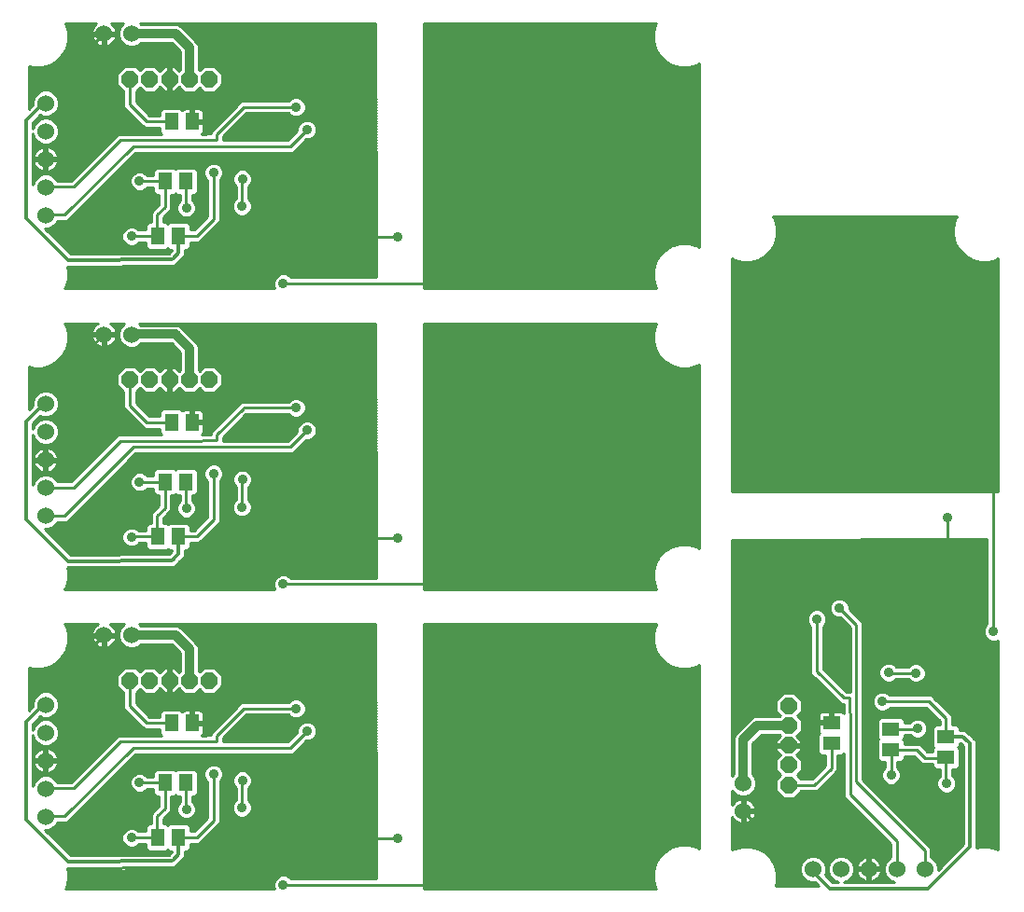
<source format=gbl>
G75*
G70*
%OFA0B0*%
%FSLAX24Y24*%
%IPPOS*%
%LPD*%
%AMOC8*
5,1,8,0,0,1.08239X$1,22.5*
%
%ADD10R,0.0512X0.0630*%
%ADD11C,0.0600*%
%ADD12OC8,0.0594*%
%ADD13R,0.0630X0.0512*%
%ADD14OC8,0.0357*%
%ADD15C,0.0100*%
%ADD16C,0.0357*%
%ADD17C,0.0320*%
%ADD18C,0.0120*%
D10*
X005518Y002834D03*
X006266Y002834D03*
X006541Y004792D03*
X005793Y004792D03*
X006019Y006920D03*
X006767Y006920D03*
X006266Y013584D03*
X005518Y013584D03*
X005793Y015542D03*
X006541Y015542D03*
X006767Y017670D03*
X006019Y017670D03*
X006266Y024334D03*
X005518Y024334D03*
X005793Y026292D03*
X006541Y026292D03*
X006767Y028420D03*
X006019Y028420D03*
D11*
X004605Y031566D03*
X003605Y031566D03*
X001531Y029082D03*
X001531Y028082D03*
X001531Y027082D03*
X001531Y026082D03*
X001531Y025082D03*
X003605Y020816D03*
X004605Y020816D03*
X001531Y018332D03*
X001531Y017332D03*
X001531Y016332D03*
X001531Y015332D03*
X001531Y014332D03*
X003605Y010066D03*
X004605Y010066D03*
X001531Y007582D03*
X001531Y006582D03*
X001531Y005582D03*
X001531Y004582D03*
X001531Y003582D03*
X026440Y003777D03*
X026440Y004777D03*
X028924Y001702D03*
X029924Y001702D03*
X030924Y001702D03*
X031924Y001702D03*
X032924Y001702D03*
D12*
X028060Y004709D03*
X028060Y005417D03*
X028060Y006126D03*
X028060Y006835D03*
X028060Y007543D03*
X007372Y008446D03*
X006663Y008446D03*
X005955Y008446D03*
X005246Y008446D03*
X004537Y008446D03*
X004537Y019196D03*
X005246Y019196D03*
X005955Y019196D03*
X006663Y019196D03*
X007372Y019196D03*
X007372Y029946D03*
X006663Y029946D03*
X005955Y029946D03*
X005246Y029946D03*
X004537Y029946D03*
D13*
X029586Y006938D03*
X029586Y006190D03*
X031714Y005965D03*
X031714Y006713D03*
X033672Y006437D03*
X033672Y005689D03*
D14*
X020592Y005714D03*
X020092Y005714D03*
X020092Y006214D03*
X020092Y006714D03*
X020592Y006714D03*
X020592Y006214D03*
X019592Y006714D03*
X019092Y006714D03*
X018592Y006714D03*
X018092Y006714D03*
X017592Y006714D03*
X017782Y005989D03*
X018230Y005980D03*
X018227Y005502D03*
X017773Y005506D03*
X017782Y004997D03*
X018221Y004982D03*
X018092Y003714D03*
X018592Y003714D03*
X019092Y003714D03*
X019592Y003714D03*
X020092Y003714D03*
X020592Y003714D03*
X020592Y003214D03*
X020092Y003214D03*
X019592Y003214D03*
X020092Y002714D03*
X020592Y002714D03*
X020092Y002214D03*
X018194Y002443D03*
X018194Y002895D03*
X017724Y002901D03*
X017724Y002443D03*
X017724Y001979D03*
X018194Y001979D03*
X017592Y003714D03*
X020092Y005214D03*
X020592Y005214D03*
X018206Y007943D03*
X018206Y008402D03*
X018206Y008402D03*
X017724Y008396D03*
X017737Y007943D03*
X017726Y008860D03*
X018206Y008860D03*
X019592Y009214D03*
X020092Y009214D03*
X020592Y009214D03*
X020592Y008714D03*
X020092Y008714D03*
X020092Y008214D03*
X020592Y008214D03*
X018194Y012729D03*
X017724Y012729D03*
X017724Y013193D03*
X017724Y013651D03*
X018194Y013645D03*
X018194Y013193D03*
X018092Y014464D03*
X018592Y014464D03*
X019092Y014464D03*
X019592Y014464D03*
X020092Y014464D03*
X020592Y014464D03*
X020592Y013964D03*
X020092Y013964D03*
X019592Y013964D03*
X020092Y013464D03*
X020592Y013464D03*
X020092Y012964D03*
X017592Y014464D03*
X017782Y015747D03*
X018221Y015732D03*
X018227Y016252D03*
X017773Y016256D03*
X017782Y016739D03*
X018230Y016730D03*
X018092Y017464D03*
X018592Y017464D03*
X019092Y017464D03*
X019592Y017464D03*
X020092Y017464D03*
X020592Y017464D03*
X020592Y016964D03*
X020092Y016964D03*
X020092Y016464D03*
X020592Y016464D03*
X020592Y015964D03*
X020092Y015964D03*
X017592Y017464D03*
X017737Y018693D03*
X017724Y019146D03*
X017726Y019610D03*
X018206Y019610D03*
X018206Y019152D03*
X018206Y019152D03*
X018206Y018693D03*
X019592Y019964D03*
X020092Y019964D03*
X020592Y019964D03*
X020592Y019464D03*
X020092Y019464D03*
X020092Y018964D03*
X020592Y018964D03*
X018194Y023479D03*
X017724Y023479D03*
X017724Y023943D03*
X017724Y024401D03*
X018194Y024395D03*
X018194Y023943D03*
X018092Y025214D03*
X018592Y025214D03*
X019092Y025214D03*
X019592Y025214D03*
X020092Y025214D03*
X020592Y025214D03*
X020592Y024714D03*
X020092Y024714D03*
X019592Y024714D03*
X020092Y024214D03*
X020592Y024214D03*
X020092Y023714D03*
X017592Y025214D03*
X017782Y026497D03*
X018221Y026482D03*
X018227Y027002D03*
X017773Y027006D03*
X017782Y027489D03*
X018230Y027480D03*
X018092Y028214D03*
X018592Y028214D03*
X019092Y028214D03*
X019592Y028214D03*
X020092Y028214D03*
X020592Y028214D03*
X020592Y027714D03*
X020092Y027714D03*
X020092Y027214D03*
X020592Y027214D03*
X020592Y026714D03*
X020092Y026714D03*
X017592Y028214D03*
X017737Y029443D03*
X017724Y029896D03*
X017726Y030360D03*
X018206Y030360D03*
X018206Y029902D03*
X018206Y029902D03*
X018206Y029443D03*
X019592Y030714D03*
X020092Y030714D03*
X020592Y030714D03*
X020592Y030214D03*
X020092Y030214D03*
X020092Y029714D03*
X020592Y029714D03*
X027292Y020763D03*
X027792Y020763D03*
X028292Y020763D03*
X028292Y020263D03*
X027792Y020263D03*
X027292Y020263D03*
X027292Y019763D03*
X027646Y018377D03*
X028104Y018377D03*
X028104Y018377D03*
X028563Y018377D03*
X028563Y017908D03*
X028110Y017895D03*
X027646Y017898D03*
X029792Y017763D03*
X029792Y018263D03*
X029792Y018763D03*
X029792Y019263D03*
X029792Y019763D03*
X029792Y020263D03*
X030292Y020263D03*
X030792Y020263D03*
X031292Y020263D03*
X031292Y020763D03*
X030792Y020763D03*
X030292Y020763D03*
X029792Y020763D03*
X030526Y018401D03*
X031004Y018398D03*
X031524Y018393D03*
X031509Y017953D03*
X031000Y017945D03*
X030517Y017953D03*
X032792Y017763D03*
X032792Y018263D03*
X032792Y018763D03*
X032792Y019263D03*
X032792Y019763D03*
X032792Y020263D03*
X033292Y020263D03*
X033292Y019763D03*
X033792Y020263D03*
X034292Y020263D03*
X033792Y020763D03*
X033292Y020763D03*
X032792Y020763D03*
X033611Y018365D03*
X034063Y018365D03*
X034527Y018365D03*
X034527Y017895D03*
X034063Y017895D03*
X033605Y017895D03*
D15*
X002256Y001039D02*
X002230Y000994D01*
X009699Y000994D01*
X009668Y001068D01*
X009668Y001206D01*
X009721Y001335D01*
X009819Y001433D01*
X009948Y001486D01*
X010086Y001486D01*
X010214Y001433D01*
X010290Y001357D01*
X013330Y001357D01*
X013312Y010461D01*
X004873Y010462D01*
X004936Y010400D01*
X006224Y010400D01*
X006345Y010350D01*
X006438Y010257D01*
X006951Y009744D01*
X007002Y009622D01*
X007002Y009491D01*
X007002Y008768D01*
X007018Y008752D01*
X007179Y008913D01*
X007565Y008913D01*
X007839Y008639D01*
X007839Y008253D01*
X007565Y007979D01*
X007179Y007979D01*
X007018Y008140D01*
X006857Y007979D01*
X006470Y007979D01*
X006295Y008154D01*
X006140Y007999D01*
X006003Y007999D01*
X006003Y008397D01*
X005906Y008397D01*
X005906Y007999D01*
X005770Y007999D01*
X005614Y008154D01*
X005439Y007979D01*
X005053Y007979D01*
X004892Y008140D01*
X004756Y008005D01*
X004756Y007619D01*
X005235Y007140D01*
X005593Y007140D01*
X005593Y007305D01*
X005692Y007405D01*
X006345Y007405D01*
X006407Y007343D01*
X006419Y007355D01*
X006453Y007375D01*
X006491Y007385D01*
X006717Y007385D01*
X006717Y006970D01*
X006817Y006970D01*
X007173Y006970D01*
X007173Y007255D01*
X007162Y007293D01*
X007143Y007327D01*
X007115Y007355D01*
X007081Y007375D01*
X007042Y007385D01*
X006817Y007385D01*
X006817Y006970D01*
X006817Y006870D01*
X007173Y006870D01*
X007173Y006585D01*
X007162Y006547D01*
X007143Y006513D01*
X007115Y006485D01*
X007108Y006481D01*
X007427Y006487D01*
X007427Y006570D01*
X008372Y007515D01*
X008372Y007525D01*
X008375Y007529D01*
X008504Y007658D01*
X010203Y007658D01*
X010278Y007733D01*
X010407Y007786D01*
X010545Y007786D01*
X010673Y007733D01*
X010771Y007635D01*
X010824Y007507D01*
X010824Y007369D01*
X010771Y007240D01*
X010673Y007142D01*
X010545Y007089D01*
X010407Y007089D01*
X010278Y007142D01*
X010203Y007218D01*
X008697Y007218D01*
X008683Y007204D01*
X007867Y006388D01*
X007867Y006273D01*
X007867Y006254D01*
X010171Y006254D01*
X010513Y006596D01*
X010513Y006703D01*
X010566Y006831D01*
X010664Y006929D01*
X010792Y006982D01*
X010931Y006982D01*
X011059Y006929D01*
X011157Y006831D01*
X011210Y006703D01*
X011210Y006564D01*
X011157Y006436D01*
X011059Y006338D01*
X010931Y006285D01*
X010824Y006285D01*
X010353Y005814D01*
X010171Y005814D01*
X004743Y005814D01*
X002422Y003492D01*
X002293Y003364D01*
X001949Y003364D01*
X001929Y003316D01*
X001797Y003184D01*
X001624Y003112D01*
X001508Y003112D01*
X002426Y002194D01*
X005929Y002213D01*
X006034Y002318D01*
X006034Y002349D01*
X005939Y002349D01*
X005892Y002396D01*
X005844Y002349D01*
X005191Y002349D01*
X005092Y002448D01*
X005092Y002614D01*
X004879Y002614D01*
X004787Y002521D01*
X004659Y002468D01*
X004520Y002468D01*
X004392Y002521D01*
X004294Y002619D01*
X004241Y002747D01*
X004241Y002886D01*
X004294Y003014D01*
X004392Y003112D01*
X004520Y003165D01*
X004659Y003165D01*
X004787Y003112D01*
X004845Y003054D01*
X005092Y003054D01*
X005092Y003219D01*
X005191Y003319D01*
X005292Y003319D01*
X005292Y003492D01*
X005292Y003675D01*
X005572Y003955D01*
X005572Y004307D01*
X003236Y004307D01*
X003334Y004405D02*
X005369Y004405D01*
X005367Y004407D02*
X005467Y004307D01*
X005572Y004307D01*
X005572Y004208D02*
X003137Y004208D01*
X003039Y004110D02*
X005572Y004110D01*
X005572Y004011D02*
X002940Y004011D01*
X002842Y003913D02*
X005530Y003913D01*
X005431Y003814D02*
X002743Y003814D01*
X002645Y003716D02*
X005332Y003716D01*
X005292Y003617D02*
X002546Y003617D01*
X002448Y003518D02*
X005292Y003518D01*
X005292Y003420D02*
X002349Y003420D01*
X002202Y003584D02*
X001532Y003584D01*
X001531Y003582D01*
X001836Y003223D02*
X005096Y003223D01*
X005092Y003124D02*
X004757Y003124D01*
X004606Y002834D02*
X005502Y002834D01*
X005512Y002824D01*
X005512Y003584D01*
X005792Y003864D01*
X005792Y004791D01*
X005793Y004792D01*
X005787Y004786D01*
X004883Y004786D01*
X004534Y004800D02*
X003729Y004800D01*
X003827Y004898D02*
X004552Y004898D01*
X004534Y004856D02*
X004534Y004717D01*
X004587Y004589D01*
X004685Y004491D01*
X004814Y004438D01*
X004952Y004438D01*
X005080Y004491D01*
X005156Y004566D01*
X005367Y004566D01*
X005367Y004407D01*
X005367Y004504D02*
X005093Y004504D01*
X004673Y004504D02*
X003433Y004504D01*
X003532Y004602D02*
X004582Y004602D01*
X004541Y004701D02*
X003630Y004701D01*
X003926Y004997D02*
X004600Y004997D01*
X004587Y004984D02*
X004534Y004856D01*
X004587Y004984D02*
X004685Y005082D01*
X004814Y005135D01*
X004952Y005135D01*
X005080Y005082D01*
X005156Y005006D01*
X005367Y005006D01*
X005367Y005178D01*
X005467Y005277D01*
X006120Y005277D01*
X006167Y005229D01*
X006215Y005277D01*
X006868Y005277D01*
X006967Y005178D01*
X006967Y004407D01*
X006868Y004307D01*
X006761Y004307D01*
X007312Y004307D01*
X007312Y004405D02*
X006966Y004405D01*
X006967Y004504D02*
X007312Y004504D01*
X007312Y004602D02*
X006967Y004602D01*
X006967Y004701D02*
X007312Y004701D01*
X007312Y004800D02*
X006967Y004800D01*
X006967Y004898D02*
X007225Y004898D01*
X007226Y004896D02*
X007312Y004811D01*
X007312Y003535D01*
X006831Y003054D01*
X006692Y003054D01*
X006692Y003219D01*
X006592Y003319D01*
X005939Y003319D01*
X005892Y003271D01*
X005844Y003319D01*
X005732Y003319D01*
X005732Y003492D01*
X005883Y003644D01*
X006012Y003772D01*
X006012Y004307D01*
X006321Y004307D01*
X006321Y004106D01*
X006256Y004041D01*
X006203Y003913D01*
X006203Y003774D01*
X006256Y003646D01*
X006354Y003548D01*
X006482Y003495D01*
X006621Y003495D01*
X006749Y003548D01*
X006847Y003646D01*
X006900Y003774D01*
X006900Y003913D01*
X006847Y004041D01*
X006761Y004127D01*
X006761Y004307D01*
X006761Y004208D02*
X007312Y004208D01*
X007312Y004110D02*
X006778Y004110D01*
X006859Y004011D02*
X007312Y004011D01*
X007312Y003913D02*
X006900Y003913D01*
X006900Y003814D02*
X007312Y003814D01*
X007312Y003716D02*
X006876Y003716D01*
X006818Y003617D02*
X007312Y003617D01*
X007295Y003518D02*
X006677Y003518D01*
X006426Y003518D02*
X005758Y003518D01*
X005732Y003420D02*
X007197Y003420D01*
X007098Y003321D02*
X005732Y003321D01*
X005856Y003617D02*
X006285Y003617D01*
X006228Y003716D02*
X005955Y003716D01*
X006012Y003814D02*
X006203Y003814D01*
X006203Y003913D02*
X006012Y003913D01*
X006012Y004011D02*
X006244Y004011D01*
X006321Y004110D02*
X006012Y004110D01*
X006012Y004208D02*
X006321Y004208D01*
X006321Y004307D02*
X006215Y004307D01*
X006167Y004355D01*
X006120Y004307D01*
X006012Y004307D01*
X006541Y003854D02*
X006552Y003844D01*
X006541Y003854D02*
X006541Y004792D01*
X006967Y004997D02*
X007185Y004997D01*
X007173Y005024D02*
X007226Y004896D01*
X007173Y005024D02*
X007173Y005163D01*
X007226Y005291D01*
X007324Y005389D01*
X007452Y005442D01*
X007591Y005442D01*
X007719Y005389D01*
X007817Y005291D01*
X007870Y005163D01*
X007870Y005024D01*
X007817Y004896D01*
X007752Y004831D01*
X007752Y003352D01*
X007623Y003224D01*
X007013Y002614D01*
X006831Y002614D01*
X006692Y002614D01*
X006692Y002448D01*
X006592Y002349D01*
X006494Y002349D01*
X006494Y002128D01*
X006360Y001993D01*
X006316Y001950D01*
X006316Y001935D01*
X006205Y001824D01*
X006137Y001754D01*
X006136Y001754D01*
X006136Y001754D01*
X006042Y001754D01*
X002427Y001734D01*
X002427Y001734D01*
X002335Y001734D01*
X002298Y001733D01*
X002331Y001608D01*
X002331Y001319D01*
X002256Y001039D01*
X002261Y001055D02*
X009674Y001055D01*
X009668Y001153D02*
X002287Y001153D01*
X002314Y001252D02*
X009687Y001252D01*
X009737Y001351D02*
X002331Y001351D01*
X002331Y001449D02*
X009859Y001449D01*
X010174Y001449D02*
X013330Y001449D01*
X013330Y001548D02*
X002331Y001548D01*
X002321Y001646D02*
X013330Y001646D01*
X013330Y001745D02*
X004384Y001745D01*
X004380Y002533D02*
X002087Y002533D01*
X001989Y002632D02*
X004289Y002632D01*
X004248Y002730D02*
X001890Y002730D01*
X001792Y002829D02*
X004241Y002829D01*
X004258Y002927D02*
X001693Y002927D01*
X001595Y003026D02*
X004306Y003026D01*
X004421Y003124D02*
X001654Y003124D01*
X001931Y003321D02*
X005292Y003321D01*
X005502Y002834D02*
X005518Y002834D01*
X005092Y002533D02*
X004798Y002533D01*
X005105Y002434D02*
X002186Y002434D01*
X002284Y002336D02*
X006034Y002336D01*
X005953Y002237D02*
X002383Y002237D01*
X002202Y003584D02*
X004652Y006034D01*
X010262Y006034D01*
X010862Y006634D01*
X011182Y006770D02*
X013319Y006770D01*
X013320Y006672D02*
X011210Y006672D01*
X011210Y006573D02*
X013320Y006573D01*
X013320Y006475D02*
X011173Y006475D01*
X011097Y006376D02*
X013320Y006376D01*
X013320Y006278D02*
X010817Y006278D01*
X010718Y006179D02*
X013321Y006179D01*
X013321Y006081D02*
X010620Y006081D01*
X010521Y005982D02*
X013321Y005982D01*
X013321Y005884D02*
X010423Y005884D01*
X010195Y006278D02*
X007867Y006278D01*
X007867Y006376D02*
X010293Y006376D01*
X010392Y006475D02*
X007954Y006475D01*
X008052Y006573D02*
X010490Y006573D01*
X010513Y006672D02*
X008151Y006672D01*
X008250Y006770D02*
X010541Y006770D01*
X010604Y006869D02*
X008348Y006869D01*
X008447Y006967D02*
X010757Y006967D01*
X010695Y007165D02*
X013319Y007165D01*
X013318Y007263D02*
X010781Y007263D01*
X010821Y007362D02*
X013318Y007362D01*
X013318Y007460D02*
X010824Y007460D01*
X010803Y007559D02*
X013318Y007559D01*
X013318Y007657D02*
X010749Y007657D01*
X010619Y007756D02*
X013317Y007756D01*
X013317Y007854D02*
X004756Y007854D01*
X004756Y007756D02*
X010333Y007756D01*
X010476Y007438D02*
X008595Y007438D01*
X008592Y007434D01*
X008592Y007424D01*
X007647Y006479D01*
X007647Y006271D01*
X006552Y006251D01*
X004189Y006251D01*
X002522Y004584D01*
X001532Y004584D01*
X001531Y004582D01*
X001879Y004898D02*
X002525Y004898D01*
X002431Y004804D02*
X001948Y004804D01*
X001929Y004848D01*
X001797Y004981D01*
X001624Y005052D01*
X001437Y005052D01*
X001264Y004981D01*
X001132Y004848D01*
X001062Y004678D01*
X001062Y006486D01*
X001132Y006316D01*
X001264Y006184D01*
X001437Y006112D01*
X001624Y006112D01*
X001797Y006184D01*
X001929Y006316D01*
X002001Y006489D01*
X002001Y006676D01*
X001929Y006848D01*
X001797Y006981D01*
X001624Y007052D01*
X001437Y007052D01*
X001264Y006981D01*
X001132Y006848D01*
X001062Y006678D01*
X001062Y006868D01*
X001344Y007151D01*
X001437Y007112D01*
X001624Y007112D01*
X001797Y007184D01*
X001929Y007316D01*
X002001Y007489D01*
X002001Y007676D01*
X001929Y007848D01*
X001797Y007981D01*
X001624Y008052D01*
X001437Y008052D01*
X001264Y007981D01*
X001132Y007848D01*
X001061Y007676D01*
X001061Y007518D01*
X000925Y007382D01*
X000919Y008909D01*
X001088Y008864D01*
X001377Y008864D01*
X001657Y008939D01*
X001908Y009083D01*
X002113Y009288D01*
X002257Y009539D01*
X002332Y009819D01*
X002332Y010108D01*
X002257Y010388D01*
X002215Y010462D01*
X003393Y010462D01*
X003369Y010450D01*
X003312Y010409D01*
X003262Y010359D01*
X003220Y010301D01*
X003188Y010238D01*
X003166Y010171D01*
X003158Y010116D01*
X003555Y010116D01*
X003555Y010016D01*
X003158Y010016D01*
X003166Y009960D01*
X003188Y009893D01*
X003220Y009830D01*
X003262Y009772D01*
X003312Y009722D01*
X003369Y009681D01*
X003433Y009649D01*
X003500Y009627D01*
X003555Y009618D01*
X003555Y010015D01*
X003655Y010015D01*
X003655Y009618D01*
X003711Y009627D01*
X003778Y009649D01*
X003841Y009681D01*
X003898Y009722D01*
X003949Y009772D01*
X003990Y009830D01*
X004022Y009893D01*
X004044Y009960D01*
X004053Y010016D01*
X003655Y010016D01*
X003655Y010116D01*
X004053Y010116D01*
X004044Y010171D01*
X004022Y010238D01*
X003990Y010301D01*
X003949Y010359D01*
X003898Y010409D01*
X003841Y010450D01*
X003818Y010462D01*
X004337Y010462D01*
X004207Y010332D01*
X004135Y010159D01*
X004135Y009972D01*
X004207Y009799D01*
X004339Y009667D01*
X004512Y009596D01*
X004699Y009596D01*
X004871Y009667D01*
X004944Y009740D01*
X006022Y009740D01*
X006342Y009420D01*
X006342Y008785D01*
X006295Y008738D01*
X006140Y008893D01*
X006003Y008893D01*
X006003Y008495D01*
X005906Y008495D01*
X005906Y008893D01*
X005770Y008893D01*
X005614Y008738D01*
X005439Y008913D01*
X005053Y008913D01*
X004892Y008752D01*
X004731Y008913D01*
X004344Y008913D01*
X004071Y008639D01*
X004071Y008253D01*
X004316Y008007D01*
X004316Y007436D01*
X004445Y007308D01*
X005053Y006700D01*
X005235Y006700D01*
X005593Y006700D01*
X005593Y006535D01*
X005656Y006471D01*
X004280Y006471D01*
X004098Y006471D01*
X002431Y004804D01*
X002624Y004997D02*
X001758Y004997D01*
X001703Y005165D02*
X001766Y005197D01*
X001824Y005239D01*
X001874Y005289D01*
X001916Y005346D01*
X001948Y005409D01*
X001970Y005477D01*
X001978Y005532D01*
X001581Y005532D01*
X001581Y005632D01*
X001978Y005632D01*
X001970Y005687D01*
X001970Y005686D02*
X003313Y005686D01*
X003215Y005588D02*
X001581Y005588D01*
X001581Y005632D02*
X001481Y005632D01*
X001481Y006030D01*
X001425Y006021D01*
X001358Y005999D01*
X001295Y005967D01*
X001238Y005925D01*
X001187Y005875D01*
X001146Y005818D01*
X001114Y005755D01*
X001092Y005687D01*
X001083Y005632D01*
X001480Y005632D01*
X001480Y005532D01*
X001083Y005532D01*
X001092Y005477D01*
X001114Y005409D01*
X001146Y005346D01*
X001187Y005289D01*
X001238Y005239D01*
X001295Y005197D01*
X001358Y005165D01*
X001425Y005143D01*
X001481Y005134D01*
X001481Y005532D01*
X001581Y005532D01*
X001581Y005134D01*
X001636Y005143D01*
X001703Y005165D01*
X001760Y005194D02*
X002821Y005194D01*
X002919Y005292D02*
X001876Y005292D01*
X001938Y005391D02*
X003018Y005391D01*
X003116Y005489D02*
X001972Y005489D01*
X002060Y005562D02*
X001633Y005562D01*
X001531Y005582D01*
X001480Y005588D02*
X001062Y005588D01*
X001062Y005686D02*
X001092Y005686D01*
X001062Y005785D02*
X001129Y005785D01*
X001062Y005884D02*
X001196Y005884D01*
X001324Y005982D02*
X001062Y005982D01*
X001062Y006081D02*
X003708Y006081D01*
X003806Y006179D02*
X001786Y006179D01*
X001891Y006278D02*
X003905Y006278D01*
X004003Y006376D02*
X001954Y006376D01*
X001995Y006475D02*
X005653Y006475D01*
X005593Y006573D02*
X002001Y006573D01*
X002001Y006672D02*
X005593Y006672D01*
X005593Y007165D02*
X005210Y007165D01*
X005112Y007263D02*
X005593Y007263D01*
X005649Y007362D02*
X005013Y007362D01*
X004915Y007460D02*
X008317Y007460D01*
X008405Y007559D02*
X004816Y007559D01*
X004756Y007657D02*
X008504Y007657D01*
X008219Y007362D02*
X007103Y007362D01*
X007170Y007263D02*
X008120Y007263D01*
X008021Y007165D02*
X007173Y007165D01*
X007173Y007066D02*
X007923Y007066D01*
X007824Y006967D02*
X006817Y006967D01*
X006817Y007066D02*
X006717Y007066D01*
X006717Y007165D02*
X006817Y007165D01*
X006817Y007263D02*
X006717Y007263D01*
X006717Y007362D02*
X006817Y007362D01*
X006431Y007362D02*
X006388Y007362D01*
X006019Y006920D02*
X005144Y006920D01*
X004536Y007528D01*
X004536Y008445D01*
X004537Y008446D01*
X004071Y008446D02*
X000921Y008446D01*
X000920Y008544D02*
X004071Y008544D01*
X004074Y008643D02*
X000920Y008643D01*
X000919Y008741D02*
X004172Y008741D01*
X004271Y008840D02*
X000919Y008840D01*
X000921Y008347D02*
X004071Y008347D01*
X004075Y008249D02*
X000921Y008249D01*
X000922Y008150D02*
X004173Y008150D01*
X004272Y008051D02*
X001626Y008051D01*
X001436Y008051D02*
X000922Y008051D01*
X000923Y007953D02*
X001237Y007953D01*
X001138Y007854D02*
X000923Y007854D01*
X000923Y007756D02*
X001094Y007756D01*
X001061Y007657D02*
X000924Y007657D01*
X000924Y007559D02*
X001061Y007559D01*
X001003Y007460D02*
X000925Y007460D01*
X001259Y007066D02*
X004687Y007066D01*
X004785Y006967D02*
X001810Y006967D01*
X001909Y006869D02*
X004884Y006869D01*
X004982Y006770D02*
X001961Y006770D01*
X001751Y007165D02*
X004588Y007165D01*
X004490Y007263D02*
X001876Y007263D01*
X001948Y007362D02*
X004391Y007362D01*
X004316Y007460D02*
X001989Y007460D01*
X002001Y007559D02*
X004316Y007559D01*
X004316Y007657D02*
X002001Y007657D01*
X001967Y007756D02*
X004316Y007756D01*
X004316Y007854D02*
X001923Y007854D01*
X001825Y007953D02*
X004316Y007953D01*
X004756Y007953D02*
X013317Y007953D01*
X013317Y008051D02*
X007638Y008051D01*
X007736Y008150D02*
X013317Y008150D01*
X013316Y008249D02*
X007835Y008249D01*
X007839Y008347D02*
X013316Y008347D01*
X013316Y008446D02*
X007839Y008446D01*
X007839Y008544D02*
X013316Y008544D01*
X013316Y008643D02*
X007836Y008643D01*
X007737Y008741D02*
X013316Y008741D01*
X013315Y008840D02*
X007638Y008840D01*
X007106Y008840D02*
X007002Y008840D01*
X007002Y008938D02*
X013315Y008938D01*
X013315Y009037D02*
X007002Y009037D01*
X007002Y009135D02*
X013315Y009135D01*
X013315Y009234D02*
X007002Y009234D01*
X007002Y009333D02*
X013314Y009333D01*
X013314Y009431D02*
X007002Y009431D01*
X007002Y009530D02*
X013314Y009530D01*
X013314Y009628D02*
X006999Y009628D01*
X006958Y009727D02*
X013314Y009727D01*
X013313Y009825D02*
X006870Y009825D01*
X006771Y009924D02*
X013313Y009924D01*
X013313Y010022D02*
X006673Y010022D01*
X006574Y010121D02*
X013313Y010121D01*
X013313Y010219D02*
X006476Y010219D01*
X006377Y010318D02*
X013312Y010318D01*
X013312Y010416D02*
X004919Y010416D01*
X004292Y010416D02*
X003888Y010416D01*
X003978Y010318D02*
X004201Y010318D01*
X004160Y010219D02*
X004028Y010219D01*
X004052Y010121D02*
X004135Y010121D01*
X004135Y010022D02*
X003655Y010022D01*
X003605Y010066D02*
X002342Y008802D01*
X002342Y005844D01*
X002060Y005562D01*
X001970Y005687D02*
X001948Y005755D01*
X001916Y005818D01*
X001874Y005875D01*
X001824Y005925D01*
X001766Y005967D01*
X001703Y005999D01*
X001636Y006021D01*
X001581Y006030D01*
X001581Y005632D01*
X001581Y005686D02*
X001481Y005686D01*
X001481Y005785D02*
X001581Y005785D01*
X001581Y005884D02*
X001481Y005884D01*
X001481Y005982D02*
X001581Y005982D01*
X001737Y005982D02*
X003609Y005982D01*
X003510Y005884D02*
X001866Y005884D01*
X001932Y005785D02*
X003412Y005785D01*
X004024Y005095D02*
X004718Y005095D01*
X005048Y005095D02*
X005367Y005095D01*
X005383Y005194D02*
X004123Y005194D01*
X004221Y005292D02*
X007228Y005292D01*
X007186Y005194D02*
X006951Y005194D01*
X006967Y005095D02*
X007173Y005095D01*
X007329Y005391D02*
X004320Y005391D01*
X004418Y005489D02*
X013322Y005489D01*
X013322Y005391D02*
X007715Y005391D01*
X007816Y005292D02*
X013322Y005292D01*
X013323Y005194D02*
X008689Y005194D01*
X008749Y005169D02*
X008621Y005222D01*
X008482Y005222D01*
X008354Y005169D01*
X008256Y005071D01*
X008203Y004943D01*
X008203Y004804D01*
X008256Y004676D01*
X008322Y004611D01*
X008322Y004166D01*
X008246Y004091D01*
X008193Y003963D01*
X008193Y003824D01*
X008246Y003696D01*
X008344Y003598D01*
X008472Y003545D01*
X008611Y003545D01*
X008739Y003598D01*
X008837Y003696D01*
X008890Y003824D01*
X008890Y003963D01*
X008837Y004091D01*
X008762Y004166D01*
X008762Y004591D01*
X008847Y004676D01*
X008900Y004804D01*
X008900Y004943D01*
X008847Y005071D01*
X008749Y005169D01*
X008823Y005095D02*
X013323Y005095D01*
X013323Y004997D02*
X008878Y004997D01*
X008900Y004898D02*
X013323Y004898D01*
X013323Y004800D02*
X008898Y004800D01*
X008857Y004701D02*
X013324Y004701D01*
X013324Y004602D02*
X008773Y004602D01*
X008762Y004504D02*
X013324Y004504D01*
X013324Y004405D02*
X008762Y004405D01*
X008762Y004307D02*
X013324Y004307D01*
X013325Y004208D02*
X008762Y004208D01*
X008818Y004110D02*
X013325Y004110D01*
X013325Y004011D02*
X008870Y004011D01*
X008890Y003913D02*
X013325Y003913D01*
X013325Y003814D02*
X008886Y003814D01*
X008845Y003716D02*
X013326Y003716D01*
X013326Y003617D02*
X008758Y003617D01*
X008542Y003894D02*
X008542Y004864D01*
X008552Y004874D01*
X008414Y005194D02*
X007857Y005194D01*
X007870Y005095D02*
X008280Y005095D01*
X008225Y004997D02*
X007859Y004997D01*
X007818Y004898D02*
X008203Y004898D01*
X008205Y004800D02*
X007752Y004800D01*
X007752Y004701D02*
X008246Y004701D01*
X008322Y004602D02*
X007752Y004602D01*
X007752Y004504D02*
X008322Y004504D01*
X008322Y004405D02*
X007752Y004405D01*
X007752Y004307D02*
X008322Y004307D01*
X008322Y004208D02*
X007752Y004208D01*
X007752Y004110D02*
X008265Y004110D01*
X008213Y004011D02*
X007752Y004011D01*
X007752Y003913D02*
X008193Y003913D01*
X008197Y003814D02*
X007752Y003814D01*
X007752Y003716D02*
X008238Y003716D01*
X008325Y003617D02*
X007752Y003617D01*
X007752Y003518D02*
X013326Y003518D01*
X013326Y003420D02*
X007752Y003420D01*
X007721Y003321D02*
X013326Y003321D01*
X013327Y003223D02*
X007622Y003223D01*
X007523Y003124D02*
X013327Y003124D01*
X013327Y003026D02*
X007425Y003026D01*
X007326Y002927D02*
X013327Y002927D01*
X013327Y002829D02*
X007228Y002829D01*
X007129Y002730D02*
X013328Y002730D01*
X013328Y002632D02*
X007031Y002632D01*
X006922Y002834D02*
X007532Y003444D01*
X007532Y005084D01*
X007522Y005094D01*
X007430Y006573D02*
X007169Y006573D01*
X007173Y006672D02*
X007529Y006672D01*
X007627Y006770D02*
X007173Y006770D01*
X007173Y006869D02*
X007726Y006869D01*
X008545Y007066D02*
X013319Y007066D01*
X013319Y006967D02*
X010966Y006967D01*
X011119Y006869D02*
X013319Y006869D01*
X013321Y005785D02*
X004714Y005785D01*
X004616Y005686D02*
X013322Y005686D01*
X013322Y005588D02*
X004517Y005588D01*
X002722Y005095D02*
X001062Y005095D01*
X001062Y004997D02*
X001303Y004997D01*
X001182Y004898D02*
X001062Y004898D01*
X001062Y004800D02*
X001112Y004800D01*
X001071Y004701D02*
X001062Y004701D01*
X001062Y005194D02*
X001302Y005194D01*
X001185Y005292D02*
X001062Y005292D01*
X001062Y005391D02*
X001123Y005391D01*
X001090Y005489D02*
X001062Y005489D01*
X001481Y005489D02*
X001581Y005489D01*
X001581Y005391D02*
X001481Y005391D01*
X001481Y005292D02*
X001581Y005292D01*
X001581Y005194D02*
X001481Y005194D01*
X001275Y006179D02*
X001062Y006179D01*
X001062Y006278D02*
X001170Y006278D01*
X001107Y006376D02*
X001062Y006376D01*
X001062Y006475D02*
X001066Y006475D01*
X001062Y006770D02*
X001100Y006770D01*
X001062Y006869D02*
X001153Y006869D01*
X001161Y006967D02*
X001251Y006967D01*
X001656Y008938D02*
X006342Y008938D01*
X006342Y008840D02*
X006193Y008840D01*
X006291Y008741D02*
X006298Y008741D01*
X006003Y008741D02*
X005906Y008741D01*
X005906Y008643D02*
X006003Y008643D01*
X006003Y008544D02*
X005906Y008544D01*
X005906Y008347D02*
X006003Y008347D01*
X006003Y008249D02*
X005906Y008249D01*
X005906Y008150D02*
X006003Y008150D01*
X006003Y008051D02*
X005906Y008051D01*
X005717Y008051D02*
X005512Y008051D01*
X005610Y008150D02*
X005619Y008150D01*
X004980Y008051D02*
X004803Y008051D01*
X005611Y008741D02*
X005618Y008741D01*
X005717Y008840D02*
X005512Y008840D01*
X005906Y008840D02*
X006003Y008840D01*
X006342Y009037D02*
X001827Y009037D01*
X001960Y009135D02*
X006342Y009135D01*
X006342Y009234D02*
X002058Y009234D01*
X002138Y009333D02*
X006342Y009333D01*
X006331Y009431D02*
X002195Y009431D01*
X002252Y009530D02*
X006232Y009530D01*
X006134Y009628D02*
X004777Y009628D01*
X004931Y009727D02*
X006035Y009727D01*
X004980Y008840D02*
X004804Y008840D01*
X004433Y009628D02*
X003715Y009628D01*
X003655Y009628D02*
X003555Y009628D01*
X003495Y009628D02*
X002281Y009628D01*
X002308Y009727D02*
X003308Y009727D01*
X003224Y009825D02*
X002332Y009825D01*
X002332Y009924D02*
X003178Y009924D01*
X003158Y010121D02*
X002329Y010121D01*
X002332Y010022D02*
X003555Y010022D01*
X003555Y009924D02*
X003655Y009924D01*
X003655Y009825D02*
X003555Y009825D01*
X003555Y009727D02*
X003655Y009727D01*
X003903Y009727D02*
X004279Y009727D01*
X004196Y009825D02*
X003987Y009825D01*
X004032Y009924D02*
X004155Y009924D01*
X003323Y010416D02*
X002241Y010416D01*
X002276Y010318D02*
X003232Y010318D01*
X003182Y010219D02*
X002303Y010219D01*
X002213Y011713D02*
X002256Y011789D01*
X002331Y012069D01*
X002331Y012358D01*
X002298Y012483D01*
X002332Y012484D01*
X002427Y012484D01*
X006042Y012504D01*
X006136Y012504D01*
X006137Y012504D01*
X006205Y012574D01*
X006316Y012685D01*
X006316Y012700D01*
X006360Y012743D01*
X006494Y012878D01*
X006494Y013099D01*
X006592Y013099D01*
X006692Y013198D01*
X006692Y013364D01*
X006831Y013364D01*
X007013Y013364D01*
X007623Y013974D01*
X007752Y014102D01*
X007752Y015581D01*
X007817Y015646D01*
X007870Y015774D01*
X007870Y015913D01*
X007817Y016041D01*
X007719Y016139D01*
X007591Y016192D01*
X007452Y016192D01*
X007324Y016139D01*
X007226Y016041D01*
X007173Y015913D01*
X007173Y015774D01*
X007226Y015646D01*
X007312Y015561D01*
X007312Y014285D01*
X006831Y013804D01*
X006692Y013804D01*
X006692Y013969D01*
X006592Y014069D01*
X005939Y014069D01*
X005892Y014021D01*
X005844Y014069D01*
X005732Y014069D01*
X005732Y014242D01*
X005883Y014394D01*
X006012Y014522D01*
X006012Y015057D01*
X006120Y015057D01*
X006167Y015105D01*
X006215Y015057D01*
X006321Y015057D01*
X006321Y014856D01*
X006256Y014791D01*
X006203Y014663D01*
X006203Y014524D01*
X006256Y014396D01*
X006354Y014298D01*
X006482Y014245D01*
X006621Y014245D01*
X006749Y014298D01*
X006847Y014396D01*
X006900Y014524D01*
X006900Y014663D01*
X006847Y014791D01*
X006761Y014877D01*
X006761Y015057D01*
X006868Y015057D01*
X006967Y015157D01*
X006967Y015928D01*
X006868Y016027D01*
X006215Y016027D01*
X006167Y015979D01*
X006120Y016027D01*
X005467Y016027D01*
X005367Y015928D01*
X005367Y015756D01*
X005156Y015756D01*
X005080Y015832D01*
X004952Y015885D01*
X004814Y015885D01*
X004685Y015832D01*
X004587Y015734D01*
X004534Y015606D01*
X004534Y015467D01*
X004587Y015339D01*
X004685Y015241D01*
X004814Y015188D01*
X004952Y015188D01*
X005080Y015241D01*
X005156Y015316D01*
X005367Y015316D01*
X005367Y015157D01*
X005467Y015057D01*
X005572Y015057D01*
X005572Y014705D01*
X005292Y014425D01*
X005292Y014242D01*
X005292Y014069D01*
X005191Y014069D01*
X005092Y013969D01*
X005092Y013804D01*
X004845Y013804D01*
X004787Y013862D01*
X004659Y013915D01*
X004520Y013915D01*
X004392Y013862D01*
X004294Y013764D01*
X004241Y013636D01*
X004241Y013497D01*
X004294Y013369D01*
X004392Y013271D01*
X004520Y013218D01*
X004659Y013218D01*
X004787Y013271D01*
X004879Y013364D01*
X005092Y013364D01*
X005092Y013198D01*
X005191Y013099D01*
X005844Y013099D01*
X005892Y013146D01*
X005939Y013099D01*
X006034Y013099D01*
X006034Y013068D01*
X005929Y012963D01*
X002426Y012944D01*
X001508Y013862D01*
X001624Y013862D01*
X001797Y013934D01*
X001929Y014066D01*
X001949Y014114D01*
X002293Y014114D01*
X002422Y014242D01*
X004743Y016564D01*
X010171Y016564D01*
X010353Y016564D01*
X010824Y017035D01*
X010931Y017035D01*
X011059Y017088D01*
X011157Y017186D01*
X011210Y017314D01*
X011210Y017453D01*
X011157Y017581D01*
X011059Y017679D01*
X010931Y017732D01*
X010792Y017732D01*
X010664Y017679D01*
X010566Y017581D01*
X010513Y017453D01*
X010513Y017346D01*
X010171Y017004D01*
X007867Y017004D01*
X007867Y017023D01*
X007867Y017138D01*
X008683Y017954D01*
X008697Y017968D01*
X010203Y017968D01*
X010278Y017892D01*
X010407Y017839D01*
X010545Y017839D01*
X010673Y017892D01*
X010771Y017990D01*
X010824Y018119D01*
X010824Y018257D01*
X010771Y018385D01*
X010673Y018483D01*
X010545Y018536D01*
X010407Y018536D01*
X010278Y018483D01*
X010203Y018408D01*
X008504Y018408D01*
X008375Y018279D01*
X008372Y018275D01*
X008372Y018265D01*
X007427Y017320D01*
X007427Y017237D01*
X007108Y017231D01*
X007115Y017235D01*
X007143Y017263D01*
X007162Y017297D01*
X007173Y017335D01*
X007173Y017620D01*
X006817Y017620D01*
X006817Y017720D01*
X007173Y017720D01*
X007173Y018005D01*
X007162Y018043D01*
X007143Y018077D01*
X007115Y018105D01*
X007081Y018125D01*
X007042Y018135D01*
X006817Y018135D01*
X006817Y017720D01*
X006717Y017720D01*
X006717Y018135D01*
X006491Y018135D01*
X006453Y018125D01*
X006419Y018105D01*
X006407Y018093D01*
X006345Y018155D01*
X005692Y018155D01*
X005593Y018055D01*
X005593Y017890D01*
X005235Y017890D01*
X004756Y018369D01*
X004756Y018755D01*
X004892Y018890D01*
X005053Y018729D01*
X005439Y018729D01*
X005614Y018904D01*
X005770Y018749D01*
X005906Y018749D01*
X005906Y019147D01*
X006003Y019147D01*
X006003Y018749D01*
X006140Y018749D01*
X006295Y018904D01*
X006470Y018729D01*
X006857Y018729D01*
X007018Y018890D01*
X007179Y018729D01*
X007565Y018729D01*
X007839Y019003D01*
X007839Y019389D01*
X007565Y019663D01*
X007179Y019663D01*
X007018Y019502D01*
X007002Y019518D01*
X007002Y020241D01*
X007002Y020372D01*
X006951Y020494D01*
X006345Y021100D01*
X006224Y021150D01*
X006093Y021150D01*
X004936Y021150D01*
X004873Y021212D01*
X013312Y021211D01*
X013330Y012107D01*
X010290Y012107D01*
X010214Y012183D01*
X010086Y012236D01*
X009948Y012236D01*
X009819Y012183D01*
X009721Y012085D01*
X009668Y011956D01*
X009668Y011818D01*
X009712Y011713D01*
X002213Y011713D01*
X002258Y011796D02*
X009677Y011796D01*
X009668Y011895D02*
X002285Y011895D01*
X002311Y011993D02*
X009684Y011993D01*
X009729Y012092D02*
X002331Y012092D01*
X002331Y012190D02*
X009838Y012190D01*
X010017Y011887D02*
X016195Y011887D01*
X016232Y011924D01*
X016206Y012239D02*
X016233Y012267D01*
X015022Y012289D02*
X023232Y012289D01*
X023232Y012358D02*
X023232Y012069D01*
X023307Y011789D01*
X023350Y011714D01*
X015022Y011713D01*
X015022Y021211D01*
X023348Y021210D01*
X023307Y021138D01*
X023232Y020858D01*
X023232Y020569D01*
X023307Y020289D01*
X023451Y020038D01*
X023656Y019833D01*
X023907Y019689D01*
X024187Y019614D01*
X024476Y019614D01*
X024756Y019689D01*
X024852Y019744D01*
X024852Y013183D01*
X024756Y013239D01*
X024476Y013314D01*
X024187Y013314D01*
X023907Y013239D01*
X023656Y013094D01*
X023451Y012889D01*
X023307Y012638D01*
X023232Y012358D01*
X023239Y012387D02*
X015022Y012387D01*
X015022Y012486D02*
X023266Y012486D01*
X023292Y012584D02*
X015022Y012584D01*
X015022Y012683D02*
X023332Y012683D01*
X023389Y012782D02*
X015022Y012782D01*
X015022Y012880D02*
X023446Y012880D01*
X023541Y012979D02*
X015022Y012979D01*
X015022Y013077D02*
X023640Y013077D01*
X023798Y013176D02*
X015022Y013176D01*
X015022Y013274D02*
X024040Y013274D01*
X024623Y013274D02*
X024852Y013274D01*
X024852Y013373D02*
X015022Y013373D01*
X015022Y013471D02*
X024852Y013471D01*
X024852Y013570D02*
X015022Y013570D01*
X015022Y013668D02*
X024852Y013668D01*
X024852Y013767D02*
X015022Y013767D01*
X015022Y013866D02*
X024852Y013866D01*
X024852Y013964D02*
X015022Y013964D01*
X015022Y014063D02*
X024852Y014063D01*
X024852Y014161D02*
X015022Y014161D01*
X015022Y014260D02*
X024852Y014260D01*
X024852Y014358D02*
X015022Y014358D01*
X015022Y014457D02*
X024852Y014457D01*
X024852Y014555D02*
X015022Y014555D01*
X015022Y014654D02*
X024852Y014654D01*
X024852Y014752D02*
X015022Y014752D01*
X015022Y014851D02*
X024852Y014851D01*
X024852Y014949D02*
X015022Y014949D01*
X015022Y015048D02*
X024852Y015048D01*
X024852Y015147D02*
X015022Y015147D01*
X015022Y015245D02*
X024852Y015245D01*
X024852Y015344D02*
X015022Y015344D01*
X015022Y015442D02*
X024852Y015442D01*
X024852Y015541D02*
X015022Y015541D01*
X015022Y015639D02*
X024852Y015639D01*
X024852Y015738D02*
X015022Y015738D01*
X015022Y015836D02*
X024852Y015836D01*
X024852Y015935D02*
X015022Y015935D01*
X015022Y016033D02*
X024852Y016033D01*
X024852Y016132D02*
X015022Y016132D01*
X015022Y016231D02*
X024852Y016231D01*
X024852Y016329D02*
X015022Y016329D01*
X015022Y016428D02*
X024852Y016428D01*
X024852Y016526D02*
X015022Y016526D01*
X015022Y016625D02*
X024852Y016625D01*
X024852Y016723D02*
X015022Y016723D01*
X015022Y016822D02*
X024852Y016822D01*
X024852Y016920D02*
X015022Y016920D01*
X015022Y017019D02*
X024852Y017019D01*
X024852Y017117D02*
X015022Y017117D01*
X015022Y017216D02*
X024852Y017216D01*
X024852Y017315D02*
X015022Y017315D01*
X015022Y017413D02*
X024852Y017413D01*
X024852Y017512D02*
X015022Y017512D01*
X015022Y017610D02*
X024852Y017610D01*
X024852Y017709D02*
X015022Y017709D01*
X015022Y017807D02*
X024852Y017807D01*
X024852Y017906D02*
X015022Y017906D01*
X015022Y018004D02*
X024852Y018004D01*
X024852Y018103D02*
X015022Y018103D01*
X015022Y018201D02*
X024852Y018201D01*
X024852Y018300D02*
X015022Y018300D01*
X015022Y018399D02*
X024852Y018399D01*
X024852Y018497D02*
X015022Y018497D01*
X015022Y018596D02*
X024852Y018596D01*
X024852Y018694D02*
X015022Y018694D01*
X015022Y018793D02*
X024852Y018793D01*
X024852Y018891D02*
X015022Y018891D01*
X015022Y018990D02*
X024852Y018990D01*
X024852Y019088D02*
X015022Y019088D01*
X015022Y019187D02*
X024852Y019187D01*
X024852Y019285D02*
X015022Y019285D01*
X015022Y019384D02*
X024852Y019384D01*
X024852Y019482D02*
X015022Y019482D01*
X015022Y019581D02*
X024852Y019581D01*
X024852Y019680D02*
X024723Y019680D01*
X023941Y019680D02*
X015022Y019680D01*
X015022Y019778D02*
X023752Y019778D01*
X023613Y019877D02*
X015022Y019877D01*
X015022Y019975D02*
X023514Y019975D01*
X023431Y020074D02*
X015022Y020074D01*
X015022Y020172D02*
X023374Y020172D01*
X023317Y020271D02*
X015022Y020271D01*
X015022Y020369D02*
X023285Y020369D01*
X023259Y020468D02*
X015022Y020468D01*
X015022Y020566D02*
X023232Y020566D01*
X023232Y020665D02*
X015022Y020665D01*
X015022Y020764D02*
X023232Y020764D01*
X023233Y020862D02*
X015022Y020862D01*
X015022Y020961D02*
X023259Y020961D01*
X023285Y021059D02*
X015022Y021059D01*
X015022Y021158D02*
X023318Y021158D01*
X023350Y022464D02*
X015022Y022463D01*
X015022Y031934D01*
X023333Y031934D01*
X023307Y031888D01*
X023232Y031608D01*
X023232Y031319D01*
X023307Y031039D01*
X023451Y030788D01*
X023656Y030583D01*
X023907Y030439D01*
X024187Y030364D01*
X024476Y030364D01*
X024756Y030439D01*
X024852Y030494D01*
X024852Y023933D01*
X024756Y023989D01*
X024476Y024064D01*
X024187Y024064D01*
X023907Y023989D01*
X023656Y023844D01*
X023451Y023639D01*
X023307Y023388D01*
X023232Y023108D01*
X023232Y022819D01*
X023307Y022539D01*
X023350Y022464D01*
X023308Y022537D02*
X015022Y022537D01*
X015022Y022636D02*
X023281Y022636D01*
X023254Y022734D02*
X015022Y022734D01*
X015022Y022833D02*
X023232Y022833D01*
X023232Y022931D02*
X015022Y022931D01*
X015022Y023030D02*
X023232Y023030D01*
X023237Y023129D02*
X015022Y023129D01*
X015022Y023227D02*
X023263Y023227D01*
X023290Y023326D02*
X015022Y023326D01*
X015022Y023424D02*
X023327Y023424D01*
X023384Y023523D02*
X015022Y023523D01*
X015022Y023621D02*
X023441Y023621D01*
X023532Y023720D02*
X015022Y023720D01*
X015022Y023818D02*
X023631Y023818D01*
X023783Y023917D02*
X015022Y023917D01*
X015022Y024015D02*
X024007Y024015D01*
X024656Y024015D02*
X024852Y024015D01*
X024852Y024114D02*
X015022Y024114D01*
X015022Y024213D02*
X024852Y024213D01*
X024852Y024311D02*
X015022Y024311D01*
X015022Y024410D02*
X024852Y024410D01*
X024852Y024508D02*
X015022Y024508D01*
X015022Y024607D02*
X024852Y024607D01*
X024852Y024705D02*
X015022Y024705D01*
X015022Y024804D02*
X024852Y024804D01*
X024852Y024902D02*
X015022Y024902D01*
X015022Y025001D02*
X024852Y025001D01*
X024852Y025099D02*
X015022Y025099D01*
X015022Y025198D02*
X024852Y025198D01*
X024852Y025297D02*
X015022Y025297D01*
X015022Y025395D02*
X024852Y025395D01*
X024852Y025494D02*
X015022Y025494D01*
X015022Y025592D02*
X024852Y025592D01*
X024852Y025691D02*
X015022Y025691D01*
X015022Y025789D02*
X024852Y025789D01*
X024852Y025888D02*
X015022Y025888D01*
X015022Y025986D02*
X024852Y025986D01*
X024852Y026085D02*
X015022Y026085D01*
X015022Y026183D02*
X024852Y026183D01*
X024852Y026282D02*
X015022Y026282D01*
X015022Y026381D02*
X024852Y026381D01*
X024852Y026479D02*
X015022Y026479D01*
X015022Y026578D02*
X024852Y026578D01*
X024852Y026676D02*
X015022Y026676D01*
X015022Y026775D02*
X024852Y026775D01*
X024852Y026873D02*
X015022Y026873D01*
X015022Y026972D02*
X024852Y026972D01*
X024852Y027070D02*
X015022Y027070D01*
X015022Y027169D02*
X024852Y027169D01*
X024852Y027267D02*
X015022Y027267D01*
X015022Y027366D02*
X024852Y027366D01*
X024852Y027464D02*
X015022Y027464D01*
X015022Y027563D02*
X024852Y027563D01*
X024852Y027662D02*
X015022Y027662D01*
X015022Y027760D02*
X024852Y027760D01*
X024852Y027859D02*
X015022Y027859D01*
X015022Y027957D02*
X024852Y027957D01*
X024852Y028056D02*
X015022Y028056D01*
X015022Y028154D02*
X024852Y028154D01*
X024852Y028253D02*
X015022Y028253D01*
X015022Y028351D02*
X024852Y028351D01*
X024852Y028450D02*
X015022Y028450D01*
X015022Y028548D02*
X024852Y028548D01*
X024852Y028647D02*
X015022Y028647D01*
X015022Y028746D02*
X024852Y028746D01*
X024852Y028844D02*
X015022Y028844D01*
X015022Y028943D02*
X024852Y028943D01*
X024852Y029041D02*
X015022Y029041D01*
X015022Y029140D02*
X024852Y029140D01*
X024852Y029238D02*
X015022Y029238D01*
X015022Y029337D02*
X024852Y029337D01*
X024852Y029435D02*
X015022Y029435D01*
X015022Y029534D02*
X024852Y029534D01*
X024852Y029632D02*
X015022Y029632D01*
X015022Y029731D02*
X024852Y029731D01*
X024852Y029830D02*
X015022Y029830D01*
X015022Y029928D02*
X024852Y029928D01*
X024852Y030027D02*
X015022Y030027D01*
X015022Y030125D02*
X024852Y030125D01*
X024852Y030224D02*
X015022Y030224D01*
X015022Y030322D02*
X024852Y030322D01*
X024852Y030421D02*
X024690Y030421D01*
X023973Y030421D02*
X015022Y030421D01*
X015022Y030519D02*
X023767Y030519D01*
X023622Y030618D02*
X015022Y030618D01*
X015022Y030716D02*
X023523Y030716D01*
X023436Y030815D02*
X015022Y030815D01*
X015022Y030914D02*
X023379Y030914D01*
X023322Y031012D02*
X015022Y031012D01*
X015022Y031111D02*
X023287Y031111D01*
X023261Y031209D02*
X015022Y031209D01*
X015022Y031308D02*
X023235Y031308D01*
X023232Y031406D02*
X015022Y031406D01*
X015022Y031505D02*
X023232Y031505D01*
X023232Y031603D02*
X015022Y031603D01*
X015022Y031702D02*
X023257Y031702D01*
X023283Y031800D02*
X015022Y031800D01*
X015022Y031899D02*
X023313Y031899D01*
X027512Y025023D02*
X034072Y025023D01*
X034017Y024928D01*
X033942Y024648D01*
X033942Y024358D01*
X034017Y024078D01*
X034162Y023828D01*
X034367Y023623D01*
X034618Y023478D01*
X034897Y023403D01*
X035187Y023403D01*
X035467Y023478D01*
X035542Y023522D01*
X035542Y015193D01*
X026045Y015193D01*
X026046Y023519D01*
X026118Y023478D01*
X026397Y023403D01*
X026687Y023403D01*
X026967Y023478D01*
X027218Y023623D01*
X027422Y023828D01*
X027567Y024078D01*
X027642Y024358D01*
X027642Y024648D01*
X027567Y024928D01*
X027512Y025023D01*
X027525Y025001D02*
X034060Y025001D01*
X034011Y024902D02*
X027574Y024902D01*
X027600Y024804D02*
X033984Y024804D01*
X033958Y024705D02*
X027627Y024705D01*
X027642Y024607D02*
X033942Y024607D01*
X033942Y024508D02*
X027642Y024508D01*
X027642Y024410D02*
X033942Y024410D01*
X033955Y024311D02*
X027630Y024311D01*
X027603Y024213D02*
X033981Y024213D01*
X034008Y024114D02*
X027577Y024114D01*
X027531Y024015D02*
X034054Y024015D01*
X034110Y023917D02*
X027474Y023917D01*
X027413Y023818D02*
X034171Y023818D01*
X034270Y023720D02*
X027315Y023720D01*
X027215Y023621D02*
X034369Y023621D01*
X034540Y023523D02*
X027044Y023523D01*
X026766Y023424D02*
X034818Y023424D01*
X035266Y023424D02*
X035542Y023424D01*
X035542Y023326D02*
X026046Y023326D01*
X026046Y023424D02*
X026318Y023424D01*
X026046Y023227D02*
X035542Y023227D01*
X035542Y023129D02*
X026046Y023129D01*
X026046Y023030D02*
X035542Y023030D01*
X035542Y022931D02*
X026046Y022931D01*
X026046Y022833D02*
X035542Y022833D01*
X035542Y022734D02*
X026046Y022734D01*
X026046Y022636D02*
X035542Y022636D01*
X035542Y022537D02*
X026046Y022537D01*
X026046Y022439D02*
X035542Y022439D01*
X035542Y022340D02*
X026046Y022340D01*
X026046Y022242D02*
X035542Y022242D01*
X035542Y022143D02*
X026046Y022143D01*
X026046Y022045D02*
X035542Y022045D01*
X035542Y021946D02*
X026046Y021946D01*
X026046Y021848D02*
X035542Y021848D01*
X035542Y021749D02*
X026046Y021749D01*
X026046Y021650D02*
X035542Y021650D01*
X035542Y021552D02*
X026046Y021552D01*
X026046Y021453D02*
X035542Y021453D01*
X035542Y021355D02*
X026046Y021355D01*
X026046Y021256D02*
X035542Y021256D01*
X035542Y021158D02*
X026046Y021158D01*
X026046Y021059D02*
X035542Y021059D01*
X035542Y020961D02*
X026046Y020961D01*
X026046Y020862D02*
X035542Y020862D01*
X035542Y020764D02*
X026046Y020764D01*
X026046Y020665D02*
X035542Y020665D01*
X035542Y020566D02*
X026046Y020566D01*
X026046Y020468D02*
X035542Y020468D01*
X035542Y020369D02*
X026046Y020369D01*
X026046Y020271D02*
X035542Y020271D01*
X035542Y020172D02*
X026046Y020172D01*
X026046Y020074D02*
X035542Y020074D01*
X035542Y019975D02*
X026045Y019975D01*
X026045Y019877D02*
X035542Y019877D01*
X035542Y019778D02*
X026045Y019778D01*
X026045Y019680D02*
X035542Y019680D01*
X035542Y019581D02*
X026045Y019581D01*
X026045Y019482D02*
X035542Y019482D01*
X035542Y019384D02*
X026045Y019384D01*
X026045Y019285D02*
X035542Y019285D01*
X035542Y019187D02*
X026045Y019187D01*
X026045Y019088D02*
X035542Y019088D01*
X035542Y018990D02*
X026045Y018990D01*
X026045Y018891D02*
X035542Y018891D01*
X035542Y018793D02*
X026045Y018793D01*
X026045Y018694D02*
X035542Y018694D01*
X035542Y018596D02*
X026045Y018596D01*
X026045Y018497D02*
X035542Y018497D01*
X035542Y018399D02*
X026045Y018399D01*
X026045Y018300D02*
X035542Y018300D01*
X035542Y018201D02*
X026045Y018201D01*
X026045Y018103D02*
X035542Y018103D01*
X035542Y018004D02*
X026045Y018004D01*
X026045Y017906D02*
X035542Y017906D01*
X035542Y017807D02*
X026045Y017807D01*
X026045Y017709D02*
X035542Y017709D01*
X035542Y017610D02*
X026045Y017610D01*
X026045Y017512D02*
X035542Y017512D01*
X035542Y017413D02*
X026045Y017413D01*
X026045Y017315D02*
X035542Y017315D01*
X035542Y017216D02*
X026045Y017216D01*
X026045Y017117D02*
X035542Y017117D01*
X035542Y017019D02*
X026045Y017019D01*
X026045Y016920D02*
X035542Y016920D01*
X035542Y016822D02*
X026045Y016822D01*
X026045Y016723D02*
X035542Y016723D01*
X035542Y016625D02*
X026045Y016625D01*
X026045Y016526D02*
X035542Y016526D01*
X035542Y016428D02*
X026045Y016428D01*
X026045Y016329D02*
X035542Y016329D01*
X035542Y016231D02*
X026045Y016231D01*
X026045Y016132D02*
X035542Y016132D01*
X035542Y016033D02*
X026045Y016033D01*
X026045Y015935D02*
X035542Y015935D01*
X035542Y015836D02*
X026045Y015836D01*
X026045Y015738D02*
X035542Y015738D01*
X035542Y015639D02*
X026045Y015639D01*
X026045Y015541D02*
X035542Y015541D01*
X035542Y015442D02*
X026045Y015442D01*
X026045Y015344D02*
X035542Y015344D01*
X035542Y015245D02*
X026045Y015245D01*
X026045Y013483D02*
X035149Y013502D01*
X035149Y010461D01*
X035073Y010386D01*
X035020Y010257D01*
X035020Y010119D01*
X035073Y009991D01*
X035171Y009893D01*
X035299Y009840D01*
X035438Y009840D01*
X035543Y009883D01*
X035543Y002384D01*
X035467Y002428D01*
X035187Y002503D01*
X034897Y002503D01*
X034772Y002469D01*
X034772Y002503D01*
X034772Y002598D01*
X034772Y002599D01*
X034752Y006213D01*
X034752Y006307D01*
X034752Y006307D01*
X034752Y006308D01*
X034682Y006377D01*
X034571Y006488D01*
X034556Y006488D01*
X034513Y006531D01*
X034378Y006666D01*
X034157Y006666D01*
X034157Y006763D01*
X034058Y006863D01*
X033892Y006863D01*
X033892Y007002D01*
X033892Y007184D01*
X033282Y007794D01*
X033153Y007923D01*
X031675Y007923D01*
X031610Y007988D01*
X031482Y008041D01*
X031343Y008041D01*
X031215Y007988D01*
X031117Y007890D01*
X031064Y007762D01*
X031064Y007624D01*
X031117Y007496D01*
X031215Y007398D01*
X031343Y007345D01*
X031482Y007345D01*
X031610Y007398D01*
X031695Y007483D01*
X032971Y007483D01*
X033452Y007002D01*
X033452Y006863D01*
X033287Y006863D01*
X033187Y006763D01*
X033187Y006111D01*
X033235Y006063D01*
X033187Y006015D01*
X033187Y005903D01*
X033013Y005903D01*
X032862Y006054D01*
X032733Y006183D01*
X032199Y006183D01*
X032199Y006291D01*
X032151Y006339D01*
X032199Y006386D01*
X032199Y006493D01*
X032400Y006493D01*
X032465Y006428D01*
X032593Y006375D01*
X032732Y006375D01*
X032860Y006428D01*
X032958Y006526D01*
X033011Y006654D01*
X033011Y006792D01*
X032958Y006920D01*
X032860Y007018D01*
X032732Y007071D01*
X032593Y007071D01*
X032465Y007018D01*
X032379Y006933D01*
X032199Y006933D01*
X032199Y007039D01*
X032099Y007138D01*
X031328Y007138D01*
X031229Y007039D01*
X031229Y006386D01*
X031276Y006339D01*
X031229Y006291D01*
X031229Y005638D01*
X031328Y005539D01*
X031499Y005539D01*
X031499Y005327D01*
X031424Y005252D01*
X031371Y005123D01*
X031371Y004985D01*
X031424Y004857D01*
X031522Y004759D01*
X031650Y004706D01*
X031789Y004706D01*
X031917Y004759D01*
X032015Y004857D01*
X032068Y004985D01*
X032068Y005123D01*
X032015Y005252D01*
X031939Y005327D01*
X031939Y005539D01*
X032099Y005539D01*
X032199Y005638D01*
X032199Y005743D01*
X032551Y005743D01*
X032831Y005463D01*
X033013Y005463D01*
X033187Y005463D01*
X033187Y005363D01*
X033287Y005263D01*
X033452Y005263D01*
X033452Y005016D01*
X033394Y004958D01*
X033341Y004830D01*
X033341Y004691D01*
X033394Y004563D01*
X033492Y004465D01*
X033620Y004412D01*
X033759Y004412D01*
X033887Y004465D01*
X033985Y004563D01*
X034038Y004691D01*
X034038Y004830D01*
X033985Y004958D01*
X033892Y005050D01*
X033892Y005263D01*
X034058Y005263D01*
X034157Y005363D01*
X034157Y006015D01*
X034109Y006063D01*
X034157Y006111D01*
X034157Y006206D01*
X034187Y006206D01*
X034293Y006100D01*
X034312Y002598D01*
X033394Y001680D01*
X033394Y001795D01*
X033322Y001968D01*
X033190Y002100D01*
X033142Y002120D01*
X033142Y002464D01*
X033013Y002593D01*
X030692Y004914D01*
X030692Y010524D01*
X030563Y010653D01*
X030221Y010996D01*
X030221Y011102D01*
X030168Y011230D01*
X030070Y011328D01*
X029942Y011381D01*
X029803Y011381D01*
X029675Y011328D01*
X029577Y011230D01*
X029524Y011102D01*
X029524Y010964D01*
X029577Y010836D01*
X029675Y010738D01*
X029803Y010685D01*
X029910Y010685D01*
X030252Y010342D01*
X030252Y008038D01*
X030233Y008038D01*
X030118Y008038D01*
X029302Y008854D01*
X029288Y008868D01*
X029288Y010374D01*
X029363Y010450D01*
X029416Y010578D01*
X029416Y010716D01*
X029363Y010845D01*
X029265Y010943D01*
X029137Y010996D01*
X028999Y010996D01*
X028871Y010943D01*
X028773Y010845D01*
X028720Y010716D01*
X028720Y010578D01*
X028773Y010450D01*
X028848Y010374D01*
X028848Y008676D01*
X028977Y008547D01*
X028981Y008543D01*
X028991Y008543D01*
X029936Y007598D01*
X030019Y007598D01*
X030025Y007280D01*
X030021Y007286D01*
X029993Y007314D01*
X029959Y007334D01*
X029921Y007344D01*
X029636Y007344D01*
X029636Y006988D01*
X029536Y006988D01*
X029536Y006888D01*
X029121Y006888D01*
X029121Y006662D01*
X029131Y006624D01*
X029151Y006590D01*
X029163Y006578D01*
X029101Y006516D01*
X029101Y005864D01*
X029201Y005764D01*
X029366Y005764D01*
X029366Y005406D01*
X028887Y004927D01*
X028501Y004927D01*
X028366Y005063D01*
X028527Y005224D01*
X028527Y005611D01*
X028351Y005786D01*
X028507Y005941D01*
X028507Y006078D01*
X028108Y006078D01*
X028108Y006174D01*
X028507Y006174D01*
X028507Y006311D01*
X028351Y006466D01*
X028527Y006641D01*
X028527Y007028D01*
X028366Y007189D01*
X028527Y007350D01*
X028527Y007737D01*
X028253Y008010D01*
X027866Y008010D01*
X027593Y007737D01*
X027593Y007350D01*
X027754Y007189D01*
X027738Y007173D01*
X027015Y007173D01*
X026884Y007173D01*
X026762Y007123D01*
X026249Y006609D01*
X026156Y006517D01*
X026106Y006395D01*
X026106Y005107D01*
X026044Y005045D01*
X026045Y013483D01*
X026045Y013471D02*
X035149Y013471D01*
X035149Y013373D02*
X026045Y013373D01*
X026045Y013274D02*
X035149Y013274D01*
X035149Y013176D02*
X026045Y013176D01*
X026045Y013077D02*
X035149Y013077D01*
X035149Y012979D02*
X026045Y012979D01*
X026045Y012880D02*
X035149Y012880D01*
X035149Y012782D02*
X026045Y012782D01*
X026045Y012683D02*
X035149Y012683D01*
X035149Y012584D02*
X026045Y012584D01*
X026045Y012486D02*
X035149Y012486D01*
X035149Y012387D02*
X026045Y012387D01*
X026045Y012289D02*
X035149Y012289D01*
X035149Y012190D02*
X026045Y012190D01*
X026045Y012092D02*
X035149Y012092D01*
X035149Y011993D02*
X026045Y011993D01*
X026045Y011895D02*
X035149Y011895D01*
X035149Y011796D02*
X026045Y011796D01*
X026045Y011698D02*
X035149Y011698D01*
X035149Y011599D02*
X026045Y011599D01*
X026044Y011500D02*
X035149Y011500D01*
X035149Y011402D02*
X026044Y011402D01*
X026044Y011303D02*
X029650Y011303D01*
X029566Y011205D02*
X026044Y011205D01*
X026044Y011106D02*
X029526Y011106D01*
X029524Y011008D02*
X026044Y011008D01*
X026044Y010909D02*
X028837Y010909D01*
X028759Y010811D02*
X026044Y010811D01*
X026044Y010712D02*
X028720Y010712D01*
X028720Y010614D02*
X026044Y010614D01*
X026044Y010515D02*
X028746Y010515D01*
X028806Y010416D02*
X026044Y010416D01*
X026044Y010318D02*
X028848Y010318D01*
X028848Y010219D02*
X026044Y010219D01*
X026044Y010121D02*
X028848Y010121D01*
X028848Y010022D02*
X026044Y010022D01*
X026044Y009924D02*
X028848Y009924D01*
X028848Y009825D02*
X026044Y009825D01*
X026044Y009727D02*
X028848Y009727D01*
X028848Y009628D02*
X026044Y009628D01*
X026044Y009530D02*
X028848Y009530D01*
X028848Y009431D02*
X026044Y009431D01*
X026044Y009333D02*
X028848Y009333D01*
X028848Y009234D02*
X026044Y009234D01*
X026044Y009135D02*
X028848Y009135D01*
X028848Y009037D02*
X026044Y009037D01*
X026044Y008938D02*
X028848Y008938D01*
X028848Y008840D02*
X026044Y008840D01*
X026044Y008741D02*
X028848Y008741D01*
X028881Y008643D02*
X026044Y008643D01*
X026044Y008544D02*
X028980Y008544D01*
X029089Y008446D02*
X026044Y008446D01*
X026044Y008347D02*
X029187Y008347D01*
X029286Y008249D02*
X026044Y008249D01*
X026044Y008150D02*
X029384Y008150D01*
X029483Y008051D02*
X026044Y008051D01*
X026044Y007953D02*
X027809Y007953D01*
X027711Y007854D02*
X026044Y007854D01*
X026044Y007756D02*
X027612Y007756D01*
X027593Y007657D02*
X026044Y007657D01*
X026044Y007559D02*
X027593Y007559D01*
X027593Y007460D02*
X026044Y007460D01*
X026044Y007362D02*
X027593Y007362D01*
X027680Y007263D02*
X026044Y007263D01*
X026044Y007165D02*
X026863Y007165D01*
X026706Y007066D02*
X026044Y007066D01*
X026044Y006967D02*
X026607Y006967D01*
X026509Y006869D02*
X026044Y006869D01*
X026044Y006770D02*
X026410Y006770D01*
X026311Y006672D02*
X026044Y006672D01*
X026044Y006573D02*
X026213Y006573D01*
X026249Y006609D02*
X026249Y006609D01*
X026139Y006475D02*
X026044Y006475D01*
X026044Y006376D02*
X026106Y006376D01*
X026106Y006278D02*
X026044Y006278D01*
X026044Y006179D02*
X026106Y006179D01*
X026106Y006081D02*
X026044Y006081D01*
X026044Y005982D02*
X026106Y005982D01*
X026106Y005884D02*
X026044Y005884D01*
X026044Y005785D02*
X026106Y005785D01*
X026106Y005686D02*
X026044Y005686D01*
X026044Y005588D02*
X026106Y005588D01*
X026106Y005489D02*
X026044Y005489D01*
X026044Y005391D02*
X026106Y005391D01*
X026106Y005292D02*
X026044Y005292D01*
X026044Y005194D02*
X026106Y005194D01*
X026094Y005095D02*
X026044Y005095D01*
X026766Y005116D02*
X026766Y006193D01*
X027086Y006513D01*
X027721Y006513D01*
X027768Y006466D01*
X027613Y006311D01*
X027613Y006174D01*
X028011Y006174D01*
X028011Y006078D01*
X027613Y006078D01*
X027613Y005941D01*
X027768Y005786D01*
X027593Y005611D01*
X027593Y005224D01*
X027754Y005063D01*
X027593Y004902D01*
X027593Y004515D01*
X027866Y004242D01*
X028253Y004242D01*
X028499Y004488D01*
X029069Y004488D01*
X029198Y004616D01*
X029806Y005224D01*
X029806Y005406D01*
X029806Y005764D01*
X029971Y005764D01*
X030035Y005828D01*
X030035Y004451D01*
X030035Y004269D01*
X031702Y002602D01*
X031702Y002119D01*
X031658Y002100D01*
X031525Y001968D01*
X031454Y001795D01*
X031454Y001609D01*
X031525Y001436D01*
X031658Y001304D01*
X031828Y001233D01*
X030019Y001233D01*
X030190Y001304D01*
X030322Y001436D01*
X030394Y001609D01*
X030394Y001795D01*
X030322Y001968D01*
X030190Y002100D01*
X030017Y002172D01*
X029830Y002172D01*
X029658Y002100D01*
X029525Y001968D01*
X029454Y001795D01*
X029454Y001609D01*
X029525Y001436D01*
X029658Y001304D01*
X029828Y001233D01*
X029638Y001233D01*
X029355Y001515D01*
X029394Y001609D01*
X029394Y001795D01*
X029322Y001968D01*
X029190Y002100D01*
X029017Y002172D01*
X028830Y002172D01*
X028658Y002100D01*
X028525Y001968D01*
X028454Y001795D01*
X028454Y001609D01*
X028525Y001436D01*
X028658Y001304D01*
X028830Y001232D01*
X028988Y001232D01*
X029124Y001096D01*
X027597Y001090D01*
X027642Y001259D01*
X027642Y001549D01*
X027567Y001828D01*
X027422Y002079D01*
X027218Y002284D01*
X026967Y002429D01*
X026687Y002504D01*
X026397Y002504D01*
X026118Y002429D01*
X026043Y002386D01*
X026044Y003564D01*
X026055Y003541D01*
X026097Y003483D01*
X026147Y003433D01*
X026204Y003392D01*
X026268Y003360D01*
X026335Y003338D01*
X026390Y003329D01*
X026390Y003726D01*
X026490Y003726D01*
X026490Y003329D01*
X026546Y003338D01*
X026613Y003360D01*
X026676Y003392D01*
X026733Y003433D01*
X026784Y003483D01*
X026825Y003541D01*
X026857Y003604D01*
X026879Y003671D01*
X026888Y003727D01*
X026490Y003727D01*
X026490Y003827D01*
X026390Y003827D01*
X026390Y004224D01*
X026335Y004216D01*
X026268Y004194D01*
X026204Y004161D01*
X026147Y004120D01*
X026097Y004070D01*
X026055Y004012D01*
X026044Y003989D01*
X026044Y004509D01*
X026174Y004378D01*
X026347Y004307D01*
X026534Y004307D01*
X027801Y004307D01*
X027703Y004405D02*
X026734Y004405D01*
X026707Y004378D02*
X026839Y004510D01*
X026910Y004683D01*
X026910Y004870D01*
X026839Y005043D01*
X026766Y005116D01*
X026786Y005095D02*
X027722Y005095D01*
X027688Y004997D02*
X026858Y004997D01*
X026899Y004898D02*
X027593Y004898D01*
X027593Y004800D02*
X026910Y004800D01*
X026910Y004701D02*
X027593Y004701D01*
X027593Y004602D02*
X026877Y004602D01*
X026832Y004504D02*
X027604Y004504D01*
X026825Y004012D02*
X026857Y003949D01*
X026879Y003882D01*
X026888Y003827D01*
X026490Y003827D01*
X026490Y004224D01*
X026546Y004216D01*
X026613Y004194D01*
X026676Y004161D01*
X026733Y004120D01*
X026784Y004070D01*
X026825Y004012D01*
X026826Y004011D02*
X030293Y004011D01*
X030391Y003913D02*
X026869Y003913D01*
X026886Y003716D02*
X030589Y003716D01*
X030687Y003617D02*
X026862Y003617D01*
X026809Y003518D02*
X030786Y003518D01*
X030884Y003420D02*
X026715Y003420D01*
X026490Y003420D02*
X026390Y003420D01*
X026390Y003518D02*
X026490Y003518D01*
X026490Y003617D02*
X026390Y003617D01*
X026390Y003716D02*
X026490Y003716D01*
X026440Y003777D02*
X027704Y002513D01*
X030662Y002513D01*
X030944Y002232D01*
X030944Y001804D01*
X030924Y001702D01*
X030974Y001745D02*
X031454Y001745D01*
X031371Y001752D02*
X031363Y001807D01*
X031341Y001875D01*
X031309Y001938D01*
X031267Y001995D01*
X031217Y002045D01*
X031160Y002087D01*
X031096Y002119D01*
X031029Y002141D01*
X030974Y002150D01*
X030974Y001752D01*
X031371Y001752D01*
X031351Y001843D02*
X031474Y001843D01*
X031514Y001942D02*
X031306Y001942D01*
X031222Y002040D02*
X031597Y002040D01*
X031702Y002139D02*
X031035Y002139D01*
X030974Y002139D02*
X030874Y002139D01*
X030874Y002150D02*
X030818Y002141D01*
X030751Y002119D01*
X030688Y002087D01*
X030631Y002045D01*
X030581Y001995D01*
X030539Y001938D01*
X030507Y001875D01*
X030485Y001807D01*
X030476Y001752D01*
X030874Y001752D01*
X030874Y002150D01*
X030812Y002139D02*
X030097Y002139D01*
X030250Y002040D02*
X030626Y002040D01*
X030542Y001942D02*
X030333Y001942D01*
X030374Y001843D02*
X030497Y001843D01*
X030394Y001745D02*
X030874Y001745D01*
X030874Y001752D02*
X030874Y001652D01*
X030974Y001652D01*
X030974Y001752D01*
X030874Y001752D01*
X030874Y001843D02*
X030974Y001843D01*
X030974Y001942D02*
X030874Y001942D01*
X030874Y002040D02*
X030974Y002040D01*
X030974Y001652D02*
X031371Y001652D01*
X031363Y001597D01*
X031341Y001529D01*
X031309Y001466D01*
X031267Y001409D01*
X031217Y001359D01*
X031160Y001317D01*
X031096Y001285D01*
X031029Y001263D01*
X030974Y001254D01*
X030974Y001652D01*
X030974Y001646D02*
X030874Y001646D01*
X030874Y001652D02*
X030874Y001254D01*
X030818Y001263D01*
X030751Y001285D01*
X030688Y001317D01*
X030631Y001359D01*
X030581Y001409D01*
X030539Y001466D01*
X030507Y001529D01*
X030485Y001597D01*
X030476Y001652D01*
X030874Y001652D01*
X030874Y001548D02*
X030974Y001548D01*
X030974Y001449D02*
X030874Y001449D01*
X030874Y001351D02*
X030974Y001351D01*
X031206Y001351D02*
X031611Y001351D01*
X031520Y001449D02*
X031296Y001449D01*
X031347Y001548D02*
X031479Y001548D01*
X031454Y001646D02*
X031370Y001646D01*
X031922Y001704D02*
X031924Y001702D01*
X031922Y001704D02*
X031922Y002693D01*
X030255Y004360D01*
X030255Y006723D01*
X030235Y007818D01*
X030027Y007818D01*
X029082Y008763D01*
X029072Y008763D01*
X029068Y008767D01*
X029068Y010647D01*
X029390Y010515D02*
X030079Y010515D01*
X029981Y010614D02*
X029416Y010614D01*
X029416Y010712D02*
X029736Y010712D01*
X029602Y010811D02*
X029377Y010811D01*
X029299Y010909D02*
X029546Y010909D01*
X029872Y011033D02*
X030472Y010433D01*
X030472Y004823D01*
X032922Y002373D01*
X032922Y001704D01*
X032924Y001702D01*
X033250Y002040D02*
X033754Y002040D01*
X033656Y001942D02*
X033333Y001942D01*
X033374Y001843D02*
X033557Y001843D01*
X033459Y001745D02*
X033394Y001745D01*
X033142Y002139D02*
X033853Y002139D01*
X033951Y002237D02*
X033142Y002237D01*
X033142Y002336D02*
X034050Y002336D01*
X034149Y002434D02*
X033142Y002434D01*
X033073Y002533D02*
X034247Y002533D01*
X034312Y002632D02*
X032975Y002632D01*
X032876Y002730D02*
X034311Y002730D01*
X034311Y002829D02*
X032778Y002829D01*
X032679Y002927D02*
X034310Y002927D01*
X034309Y003026D02*
X032581Y003026D01*
X032482Y003124D02*
X034309Y003124D01*
X034308Y003223D02*
X032384Y003223D01*
X032285Y003321D02*
X034308Y003321D01*
X034307Y003420D02*
X032186Y003420D01*
X032088Y003518D02*
X034307Y003518D01*
X034306Y003617D02*
X031989Y003617D01*
X031891Y003716D02*
X034306Y003716D01*
X034305Y003814D02*
X031792Y003814D01*
X031694Y003913D02*
X034305Y003913D01*
X034304Y004011D02*
X031595Y004011D01*
X031497Y004110D02*
X034304Y004110D01*
X034303Y004208D02*
X031398Y004208D01*
X031300Y004307D02*
X034303Y004307D01*
X034302Y004405D02*
X031201Y004405D01*
X031102Y004504D02*
X033453Y004504D01*
X033378Y004602D02*
X031004Y004602D01*
X030905Y004701D02*
X033341Y004701D01*
X033341Y004800D02*
X031958Y004800D01*
X032032Y004898D02*
X033369Y004898D01*
X033432Y004997D02*
X032068Y004997D01*
X032068Y005095D02*
X033452Y005095D01*
X033452Y005194D02*
X032039Y005194D01*
X031974Y005292D02*
X033258Y005292D01*
X033187Y005391D02*
X031939Y005391D01*
X031939Y005489D02*
X032805Y005489D01*
X032706Y005588D02*
X032148Y005588D01*
X032199Y005686D02*
X032608Y005686D01*
X032642Y005963D02*
X032922Y005683D01*
X033682Y005683D01*
X033672Y005673D01*
X033672Y004778D01*
X033689Y004761D01*
X034009Y004898D02*
X034299Y004898D01*
X034300Y004800D02*
X034038Y004800D01*
X034038Y004701D02*
X034300Y004701D01*
X034301Y004602D02*
X034001Y004602D01*
X033925Y004504D02*
X034301Y004504D01*
X034761Y004504D02*
X035543Y004504D01*
X035543Y004602D02*
X034761Y004602D01*
X034760Y004701D02*
X035543Y004701D01*
X035543Y004800D02*
X034760Y004800D01*
X034759Y004898D02*
X035543Y004898D01*
X035543Y004997D02*
X034759Y004997D01*
X034758Y005095D02*
X035543Y005095D01*
X035543Y005194D02*
X034758Y005194D01*
X034757Y005292D02*
X035543Y005292D01*
X035543Y005391D02*
X034757Y005391D01*
X034756Y005489D02*
X035543Y005489D01*
X035543Y005588D02*
X034756Y005588D01*
X034755Y005686D02*
X035543Y005686D01*
X035543Y005785D02*
X034755Y005785D01*
X034754Y005884D02*
X035543Y005884D01*
X035543Y005982D02*
X034754Y005982D01*
X034753Y006081D02*
X035543Y006081D01*
X035543Y006179D02*
X034752Y006179D01*
X034752Y006278D02*
X035543Y006278D01*
X035543Y006376D02*
X034683Y006376D01*
X034584Y006475D02*
X035543Y006475D01*
X035543Y006573D02*
X034470Y006573D01*
X034157Y006672D02*
X035543Y006672D01*
X035543Y006770D02*
X034150Y006770D01*
X033892Y006869D02*
X035543Y006869D01*
X035543Y006967D02*
X033892Y006967D01*
X033892Y007066D02*
X035543Y007066D01*
X035543Y007165D02*
X033892Y007165D01*
X033813Y007263D02*
X035543Y007263D01*
X035543Y007362D02*
X033715Y007362D01*
X033616Y007460D02*
X035543Y007460D01*
X035543Y007559D02*
X033518Y007559D01*
X033419Y007657D02*
X035543Y007657D01*
X035543Y007756D02*
X033321Y007756D01*
X033222Y007854D02*
X035543Y007854D01*
X035543Y007953D02*
X031645Y007953D01*
X031422Y007703D02*
X031412Y007693D01*
X031422Y007703D02*
X033062Y007703D01*
X033672Y007093D01*
X033672Y006437D01*
X033187Y006475D02*
X032907Y006475D01*
X032977Y006573D02*
X033187Y006573D01*
X033187Y006672D02*
X033011Y006672D01*
X033011Y006770D02*
X033194Y006770D01*
X032979Y006869D02*
X033452Y006869D01*
X033452Y006967D02*
X032911Y006967D01*
X032745Y007066D02*
X033388Y007066D01*
X033290Y007165D02*
X030692Y007165D01*
X030692Y007263D02*
X033191Y007263D01*
X033092Y007362D02*
X031523Y007362D01*
X031672Y007460D02*
X032994Y007460D01*
X032580Y007066D02*
X032171Y007066D01*
X032199Y006967D02*
X032414Y006967D01*
X032662Y006723D02*
X032652Y006713D01*
X031714Y006713D01*
X032199Y006475D02*
X032418Y006475D01*
X032589Y006376D02*
X032189Y006376D01*
X032199Y006278D02*
X033187Y006278D01*
X033187Y006376D02*
X032736Y006376D01*
X032737Y006179D02*
X033187Y006179D01*
X033217Y006081D02*
X032836Y006081D01*
X032934Y005982D02*
X033187Y005982D01*
X032642Y005963D02*
X031715Y005963D01*
X031714Y005965D01*
X031719Y005959D01*
X031719Y005054D01*
X031400Y005194D02*
X030692Y005194D01*
X030692Y005292D02*
X031465Y005292D01*
X031499Y005391D02*
X030692Y005391D01*
X030692Y005489D02*
X031499Y005489D01*
X031279Y005588D02*
X030692Y005588D01*
X030692Y005686D02*
X031229Y005686D01*
X031229Y005785D02*
X030692Y005785D01*
X030692Y005884D02*
X031229Y005884D01*
X031229Y005982D02*
X030692Y005982D01*
X030692Y006081D02*
X031229Y006081D01*
X031229Y006179D02*
X030692Y006179D01*
X030692Y006278D02*
X031229Y006278D01*
X031239Y006376D02*
X030692Y006376D01*
X030692Y006475D02*
X031229Y006475D01*
X031229Y006573D02*
X030692Y006573D01*
X030692Y006672D02*
X031229Y006672D01*
X031229Y006770D02*
X030692Y006770D01*
X030692Y006869D02*
X031229Y006869D01*
X031229Y006967D02*
X030692Y006967D01*
X030692Y007066D02*
X031256Y007066D01*
X031302Y007362D02*
X030692Y007362D01*
X030692Y007460D02*
X031152Y007460D01*
X031091Y007559D02*
X030692Y007559D01*
X030692Y007657D02*
X031064Y007657D01*
X031064Y007756D02*
X030692Y007756D01*
X030692Y007854D02*
X031102Y007854D01*
X031179Y007953D02*
X030692Y007953D01*
X030692Y008051D02*
X035543Y008051D01*
X035543Y008150D02*
X030692Y008150D01*
X030692Y008249D02*
X035543Y008249D01*
X035543Y008347D02*
X030692Y008347D01*
X030692Y008446D02*
X031417Y008446D01*
X031435Y008428D02*
X031563Y008375D01*
X031702Y008375D01*
X031830Y008428D01*
X031895Y008493D01*
X032339Y008493D01*
X032415Y008418D01*
X032543Y008365D01*
X032682Y008365D01*
X032810Y008418D01*
X032908Y008516D01*
X032961Y008644D01*
X032961Y008782D01*
X032908Y008910D01*
X032810Y009008D01*
X032682Y009061D01*
X032543Y009061D01*
X032415Y009008D01*
X032339Y008933D01*
X031915Y008933D01*
X031830Y009018D01*
X031702Y009071D01*
X031563Y009071D01*
X031435Y009018D01*
X031337Y008920D01*
X031284Y008792D01*
X031284Y008654D01*
X031337Y008526D01*
X031435Y008428D01*
X031329Y008544D02*
X030692Y008544D01*
X030692Y008643D02*
X031288Y008643D01*
X031284Y008741D02*
X030692Y008741D01*
X030692Y008840D02*
X031304Y008840D01*
X031355Y008938D02*
X030692Y008938D01*
X030692Y009037D02*
X031480Y009037D01*
X031785Y009037D02*
X032484Y009037D01*
X032345Y008938D02*
X031910Y008938D01*
X031642Y008713D02*
X032612Y008713D01*
X032741Y009037D02*
X035543Y009037D01*
X035543Y009135D02*
X030692Y009135D01*
X030692Y009234D02*
X035543Y009234D01*
X035543Y009333D02*
X030692Y009333D01*
X030692Y009431D02*
X035543Y009431D01*
X035543Y009530D02*
X030692Y009530D01*
X030692Y009628D02*
X035543Y009628D01*
X035543Y009727D02*
X030692Y009727D01*
X030692Y009825D02*
X035543Y009825D01*
X035369Y010188D02*
X035369Y016367D01*
X035332Y016403D01*
X035017Y016377D02*
X034989Y016405D01*
X033719Y014283D02*
X033719Y013346D01*
X033715Y013342D01*
X035149Y011303D02*
X030095Y011303D01*
X030178Y011205D02*
X035149Y011205D01*
X035149Y011106D02*
X030219Y011106D01*
X030221Y011008D02*
X035149Y011008D01*
X035149Y010909D02*
X030307Y010909D01*
X030406Y010811D02*
X035149Y010811D01*
X035149Y010712D02*
X030504Y010712D01*
X030563Y010653D02*
X030563Y010653D01*
X030603Y010614D02*
X035149Y010614D01*
X035149Y010515D02*
X030692Y010515D01*
X030692Y010416D02*
X035104Y010416D01*
X035045Y010318D02*
X030692Y010318D01*
X030692Y010219D02*
X035020Y010219D01*
X035020Y010121D02*
X030692Y010121D01*
X030692Y010022D02*
X035060Y010022D01*
X035140Y009924D02*
X030692Y009924D01*
X030252Y009924D02*
X029288Y009924D01*
X029288Y010022D02*
X030252Y010022D01*
X030252Y010121D02*
X029288Y010121D01*
X029288Y010219D02*
X030252Y010219D01*
X030252Y010318D02*
X029288Y010318D01*
X029330Y010416D02*
X030178Y010416D01*
X030252Y009825D02*
X029288Y009825D01*
X029288Y009727D02*
X030252Y009727D01*
X030252Y009628D02*
X029288Y009628D01*
X029288Y009530D02*
X030252Y009530D01*
X030252Y009431D02*
X029288Y009431D01*
X029288Y009333D02*
X030252Y009333D01*
X030252Y009234D02*
X029288Y009234D01*
X029288Y009135D02*
X030252Y009135D01*
X030252Y009037D02*
X029288Y009037D01*
X029288Y008938D02*
X030252Y008938D01*
X030252Y008840D02*
X029317Y008840D01*
X029415Y008741D02*
X030252Y008741D01*
X030252Y008643D02*
X029514Y008643D01*
X029612Y008544D02*
X030252Y008544D01*
X030252Y008446D02*
X029711Y008446D01*
X029809Y008347D02*
X030252Y008347D01*
X030252Y008249D02*
X029908Y008249D01*
X030006Y008150D02*
X030252Y008150D01*
X030252Y008051D02*
X030105Y008051D01*
X029778Y007756D02*
X028507Y007756D01*
X028527Y007657D02*
X029877Y007657D01*
X030020Y007559D02*
X028527Y007559D01*
X028527Y007460D02*
X030021Y007460D01*
X030023Y007362D02*
X028527Y007362D01*
X028440Y007263D02*
X029138Y007263D01*
X029131Y007252D02*
X029121Y007214D01*
X029121Y006988D01*
X029536Y006988D01*
X029536Y007344D01*
X029251Y007344D01*
X029213Y007334D01*
X029179Y007314D01*
X029151Y007286D01*
X029131Y007252D01*
X029121Y007165D02*
X028390Y007165D01*
X028489Y007066D02*
X029121Y007066D01*
X029121Y006869D02*
X028527Y006869D01*
X028527Y006967D02*
X029536Y006967D01*
X029536Y007066D02*
X029636Y007066D01*
X029636Y007165D02*
X029536Y007165D01*
X029536Y007263D02*
X029636Y007263D01*
X029680Y007854D02*
X028409Y007854D01*
X028310Y007953D02*
X029581Y007953D01*
X029121Y006770D02*
X028527Y006770D01*
X028527Y006672D02*
X029121Y006672D01*
X029158Y006573D02*
X028459Y006573D01*
X028360Y006475D02*
X029101Y006475D01*
X029101Y006376D02*
X028441Y006376D01*
X028507Y006278D02*
X029101Y006278D01*
X029101Y006179D02*
X028507Y006179D01*
X028507Y005982D02*
X029101Y005982D01*
X029101Y005884D02*
X028449Y005884D01*
X028352Y005785D02*
X029180Y005785D01*
X029366Y005686D02*
X028451Y005686D01*
X028527Y005588D02*
X029366Y005588D01*
X029366Y005489D02*
X028527Y005489D01*
X028527Y005391D02*
X029350Y005391D01*
X029252Y005292D02*
X028527Y005292D01*
X028496Y005194D02*
X029153Y005194D01*
X029055Y005095D02*
X028398Y005095D01*
X028432Y004997D02*
X028956Y004997D01*
X028978Y004708D02*
X028061Y004708D01*
X028060Y004709D01*
X028417Y004405D02*
X030035Y004405D01*
X030035Y004307D02*
X028318Y004307D01*
X028978Y004708D02*
X029586Y005315D01*
X029586Y006190D01*
X029101Y006081D02*
X028108Y006081D01*
X028011Y006081D02*
X026766Y006081D01*
X026766Y006179D02*
X027613Y006179D01*
X027613Y006278D02*
X026851Y006278D01*
X026949Y006376D02*
X027678Y006376D01*
X027759Y006475D02*
X027048Y006475D01*
X026766Y005982D02*
X027613Y005982D01*
X027670Y005884D02*
X026766Y005884D01*
X026766Y005785D02*
X027767Y005785D01*
X027669Y005686D02*
X026766Y005686D01*
X026766Y005588D02*
X027593Y005588D01*
X027593Y005489D02*
X026766Y005489D01*
X026766Y005391D02*
X027593Y005391D01*
X027593Y005292D02*
X026766Y005292D01*
X026766Y005194D02*
X027623Y005194D01*
X026707Y004378D02*
X026534Y004307D01*
X026568Y004208D02*
X030096Y004208D01*
X030194Y004110D02*
X026744Y004110D01*
X026490Y004110D02*
X026390Y004110D01*
X026390Y004208D02*
X026490Y004208D01*
X026346Y004307D02*
X026044Y004307D01*
X026044Y004405D02*
X026147Y004405D01*
X026048Y004504D02*
X026044Y004504D01*
X026044Y004208D02*
X026313Y004208D01*
X026137Y004110D02*
X026044Y004110D01*
X026044Y004011D02*
X026055Y004011D01*
X026390Y004011D02*
X026490Y004011D01*
X026490Y003913D02*
X026390Y003913D01*
X026490Y003814D02*
X030490Y003814D01*
X030983Y003321D02*
X026044Y003321D01*
X026044Y003223D02*
X031081Y003223D01*
X031180Y003124D02*
X026044Y003124D01*
X026044Y003026D02*
X031278Y003026D01*
X031377Y002927D02*
X026044Y002927D01*
X026044Y002829D02*
X031475Y002829D01*
X031574Y002730D02*
X026043Y002730D01*
X026043Y002632D02*
X031673Y002632D01*
X031702Y002533D02*
X026043Y002533D01*
X026043Y002434D02*
X026139Y002434D01*
X026946Y002434D02*
X031702Y002434D01*
X031702Y002336D02*
X027128Y002336D01*
X027264Y002237D02*
X031702Y002237D01*
X030642Y001351D02*
X030237Y001351D01*
X030328Y001449D02*
X030551Y001449D01*
X030501Y001548D02*
X030369Y001548D01*
X030394Y001646D02*
X030477Y001646D01*
X029750Y002139D02*
X029097Y002139D01*
X029250Y002040D02*
X029597Y002040D01*
X029514Y001942D02*
X029333Y001942D01*
X029374Y001843D02*
X029474Y001843D01*
X029454Y001745D02*
X029394Y001745D01*
X029394Y001646D02*
X029454Y001646D01*
X029479Y001548D02*
X029368Y001548D01*
X029421Y001449D02*
X029520Y001449D01*
X029520Y001351D02*
X029611Y001351D01*
X029619Y001252D02*
X029782Y001252D01*
X030065Y001252D02*
X031782Y001252D01*
X029067Y001153D02*
X027614Y001153D01*
X027640Y001252D02*
X028782Y001252D01*
X028611Y001351D02*
X027642Y001351D01*
X027642Y001449D02*
X028520Y001449D01*
X028479Y001548D02*
X027642Y001548D01*
X027616Y001646D02*
X028454Y001646D01*
X028454Y001745D02*
X027590Y001745D01*
X027559Y001843D02*
X028474Y001843D01*
X028514Y001942D02*
X027502Y001942D01*
X027445Y002040D02*
X028597Y002040D01*
X028750Y002139D02*
X027363Y002139D01*
X026166Y003420D02*
X026044Y003420D01*
X026044Y003518D02*
X026072Y003518D01*
X024852Y003518D02*
X015022Y003518D01*
X015022Y003420D02*
X024852Y003420D01*
X024852Y003321D02*
X015022Y003321D01*
X015022Y003223D02*
X024852Y003223D01*
X024852Y003124D02*
X015022Y003124D01*
X015022Y003026D02*
X024852Y003026D01*
X024852Y002927D02*
X015022Y002927D01*
X015022Y002829D02*
X024852Y002829D01*
X024852Y002730D02*
X015022Y002730D01*
X015022Y002632D02*
X024852Y002632D01*
X024852Y002533D02*
X024591Y002533D01*
X024476Y002564D02*
X024187Y002564D01*
X023907Y002489D01*
X023656Y002344D01*
X023451Y002139D01*
X015022Y002139D01*
X015022Y002237D02*
X023550Y002237D01*
X023451Y002139D02*
X023307Y001888D01*
X023232Y001608D01*
X023232Y001319D01*
X023307Y001039D01*
X023333Y000994D01*
X015022Y000994D01*
X015022Y010461D01*
X023348Y010460D01*
X023307Y010388D01*
X023232Y010108D01*
X023232Y009819D01*
X023307Y009539D01*
X023451Y009288D01*
X023656Y009083D01*
X023907Y008939D01*
X024187Y008864D01*
X024476Y008864D01*
X024756Y008939D01*
X024852Y008994D01*
X024852Y002433D01*
X024756Y002489D01*
X024476Y002564D01*
X024850Y002434D02*
X024852Y002434D01*
X024073Y002533D02*
X015022Y002533D01*
X015022Y002434D02*
X023813Y002434D01*
X023648Y002336D02*
X015022Y002336D01*
X015022Y002040D02*
X023394Y002040D01*
X023338Y001942D02*
X015022Y001942D01*
X015022Y001843D02*
X023295Y001843D01*
X023268Y001745D02*
X015022Y001745D01*
X015022Y001646D02*
X023242Y001646D01*
X023232Y001548D02*
X015022Y001548D01*
X015022Y001449D02*
X023232Y001449D01*
X023232Y001351D02*
X015022Y001351D01*
X015022Y001252D02*
X023250Y001252D01*
X023276Y001153D02*
X015022Y001153D01*
X015022Y001055D02*
X023302Y001055D01*
X024852Y003617D02*
X015022Y003617D01*
X015022Y003716D02*
X024852Y003716D01*
X024852Y003814D02*
X015022Y003814D01*
X015022Y003913D02*
X024852Y003913D01*
X024852Y004011D02*
X015022Y004011D01*
X015022Y004110D02*
X024852Y004110D01*
X024852Y004208D02*
X015022Y004208D01*
X015022Y004307D02*
X024852Y004307D01*
X024852Y004405D02*
X015022Y004405D01*
X015022Y004504D02*
X024852Y004504D01*
X024852Y004602D02*
X015022Y004602D01*
X015022Y004701D02*
X024852Y004701D01*
X024852Y004800D02*
X015022Y004800D01*
X015022Y004898D02*
X024852Y004898D01*
X024852Y004997D02*
X015022Y004997D01*
X015022Y005095D02*
X024852Y005095D01*
X024852Y005194D02*
X015022Y005194D01*
X015022Y005292D02*
X024852Y005292D01*
X024852Y005391D02*
X015022Y005391D01*
X015022Y005489D02*
X024852Y005489D01*
X024852Y005588D02*
X015022Y005588D01*
X015022Y005686D02*
X024852Y005686D01*
X024852Y005785D02*
X015022Y005785D01*
X015022Y005884D02*
X024852Y005884D01*
X024852Y005982D02*
X015022Y005982D01*
X015022Y006081D02*
X024852Y006081D01*
X024852Y006179D02*
X015022Y006179D01*
X015022Y006278D02*
X024852Y006278D01*
X024852Y006376D02*
X015022Y006376D01*
X015022Y006475D02*
X024852Y006475D01*
X024852Y006573D02*
X015022Y006573D01*
X015022Y006672D02*
X024852Y006672D01*
X024852Y006770D02*
X015022Y006770D01*
X015022Y006869D02*
X024852Y006869D01*
X024852Y006967D02*
X015022Y006967D01*
X015022Y007066D02*
X024852Y007066D01*
X024852Y007165D02*
X015022Y007165D01*
X015022Y007263D02*
X024852Y007263D01*
X024852Y007362D02*
X015022Y007362D01*
X015022Y007460D02*
X024852Y007460D01*
X024852Y007559D02*
X015022Y007559D01*
X015022Y007657D02*
X024852Y007657D01*
X024852Y007756D02*
X015022Y007756D01*
X015022Y007854D02*
X024852Y007854D01*
X024852Y007953D02*
X015022Y007953D01*
X015022Y008051D02*
X024852Y008051D01*
X024852Y008150D02*
X015022Y008150D01*
X015022Y008249D02*
X024852Y008249D01*
X024852Y008347D02*
X015022Y008347D01*
X015022Y008446D02*
X024852Y008446D01*
X024852Y008544D02*
X015022Y008544D01*
X015022Y008643D02*
X024852Y008643D01*
X024852Y008741D02*
X015022Y008741D01*
X015022Y008840D02*
X024852Y008840D01*
X024852Y008938D02*
X024755Y008938D01*
X023908Y008938D02*
X015022Y008938D01*
X015022Y009037D02*
X023737Y009037D01*
X023604Y009135D02*
X015022Y009135D01*
X015022Y009234D02*
X023506Y009234D01*
X023426Y009333D02*
X015022Y009333D01*
X015022Y009431D02*
X023369Y009431D01*
X023312Y009530D02*
X015022Y009530D01*
X015022Y009628D02*
X023283Y009628D01*
X023256Y009727D02*
X015022Y009727D01*
X015022Y009825D02*
X023232Y009825D01*
X023232Y009924D02*
X015022Y009924D01*
X015022Y010022D02*
X023232Y010022D01*
X023235Y010121D02*
X015022Y010121D01*
X015022Y010219D02*
X023261Y010219D01*
X023288Y010318D02*
X015022Y010318D01*
X015022Y010416D02*
X023323Y010416D01*
X023305Y011796D02*
X015022Y011796D01*
X015022Y011895D02*
X023278Y011895D01*
X023252Y011993D02*
X015022Y011993D01*
X015022Y012092D02*
X023232Y012092D01*
X023232Y012190D02*
X015022Y012190D01*
X014111Y013536D02*
X013175Y013536D01*
X013171Y013541D01*
X013327Y013570D02*
X007219Y013570D01*
X007318Y013668D02*
X013327Y013668D01*
X013327Y013767D02*
X007416Y013767D01*
X007515Y013866D02*
X013327Y013866D01*
X013327Y013964D02*
X007613Y013964D01*
X007712Y014063D02*
X013326Y014063D01*
X013326Y014161D02*
X007752Y014161D01*
X007752Y014260D02*
X013326Y014260D01*
X013326Y014358D02*
X008749Y014358D01*
X008739Y014348D02*
X008837Y014446D01*
X008890Y014574D01*
X008890Y014713D01*
X008837Y014841D01*
X008762Y014916D01*
X008762Y015341D01*
X008847Y015426D01*
X008900Y015554D01*
X008900Y015693D01*
X008847Y015821D01*
X008749Y015919D01*
X008621Y015972D01*
X008482Y015972D01*
X008354Y015919D01*
X008256Y015821D01*
X008203Y015693D01*
X008203Y015554D01*
X008256Y015426D01*
X008322Y015361D01*
X008322Y014916D01*
X008246Y014841D01*
X008193Y014713D01*
X008193Y014574D01*
X008246Y014446D01*
X008344Y014348D01*
X008472Y014295D01*
X008611Y014295D01*
X008739Y014348D01*
X008841Y014457D02*
X013326Y014457D01*
X013325Y014555D02*
X008882Y014555D01*
X008890Y014654D02*
X013325Y014654D01*
X013325Y014752D02*
X008874Y014752D01*
X008827Y014851D02*
X013325Y014851D01*
X013325Y014949D02*
X008762Y014949D01*
X008762Y015048D02*
X013324Y015048D01*
X013324Y015147D02*
X008762Y015147D01*
X008762Y015245D02*
X013324Y015245D01*
X013324Y015344D02*
X008764Y015344D01*
X008854Y015442D02*
X013324Y015442D01*
X013323Y015541D02*
X008894Y015541D01*
X008900Y015639D02*
X013323Y015639D01*
X013323Y015738D02*
X008881Y015738D01*
X008832Y015836D02*
X013323Y015836D01*
X013323Y015935D02*
X008711Y015935D01*
X008393Y015935D02*
X007861Y015935D01*
X007870Y015836D02*
X008272Y015836D01*
X008222Y015738D02*
X007855Y015738D01*
X007810Y015639D02*
X008203Y015639D01*
X008209Y015541D02*
X007752Y015541D01*
X007752Y015442D02*
X008250Y015442D01*
X008322Y015344D02*
X007752Y015344D01*
X007752Y015245D02*
X008322Y015245D01*
X008322Y015147D02*
X007752Y015147D01*
X007752Y015048D02*
X008322Y015048D01*
X008322Y014949D02*
X007752Y014949D01*
X007752Y014851D02*
X008256Y014851D01*
X008210Y014752D02*
X007752Y014752D01*
X007752Y014654D02*
X008193Y014654D01*
X008201Y014555D02*
X007752Y014555D01*
X007752Y014457D02*
X008242Y014457D01*
X008334Y014358D02*
X007752Y014358D01*
X007532Y014194D02*
X007532Y015834D01*
X007522Y015844D01*
X007173Y015836D02*
X006967Y015836D01*
X006967Y015738D02*
X007188Y015738D01*
X007233Y015639D02*
X006967Y015639D01*
X006967Y015541D02*
X007312Y015541D01*
X007312Y015442D02*
X006967Y015442D01*
X006967Y015344D02*
X007312Y015344D01*
X007312Y015245D02*
X006967Y015245D01*
X006957Y015147D02*
X007312Y015147D01*
X007312Y015048D02*
X006761Y015048D01*
X006761Y014949D02*
X007312Y014949D01*
X007312Y014851D02*
X006787Y014851D01*
X006863Y014752D02*
X007312Y014752D01*
X007312Y014654D02*
X006900Y014654D01*
X006900Y014555D02*
X007312Y014555D01*
X007312Y014457D02*
X006872Y014457D01*
X006809Y014358D02*
X007312Y014358D01*
X007287Y014260D02*
X006656Y014260D01*
X006598Y014063D02*
X007090Y014063D01*
X007188Y014161D02*
X005732Y014161D01*
X005749Y014260D02*
X006447Y014260D01*
X006294Y014358D02*
X005847Y014358D01*
X005946Y014457D02*
X006231Y014457D01*
X006203Y014555D02*
X006012Y014555D01*
X006012Y014654D02*
X006203Y014654D01*
X006240Y014752D02*
X006012Y014752D01*
X006012Y014851D02*
X006316Y014851D01*
X006321Y014949D02*
X006012Y014949D01*
X006012Y015048D02*
X006321Y015048D01*
X006541Y014604D02*
X006541Y015542D01*
X006960Y015935D02*
X007182Y015935D01*
X007223Y016033D02*
X004213Y016033D01*
X004114Y015935D02*
X005375Y015935D01*
X005367Y015836D02*
X005069Y015836D01*
X004883Y015536D02*
X005787Y015536D01*
X005793Y015542D01*
X005792Y015541D01*
X005792Y014614D01*
X005512Y014334D01*
X005512Y013574D01*
X005502Y013584D01*
X004606Y013584D01*
X004589Y013567D01*
X004241Y013570D02*
X001801Y013570D01*
X001899Y013471D02*
X004252Y013471D01*
X004292Y013373D02*
X001998Y013373D01*
X002096Y013274D02*
X004389Y013274D01*
X004790Y013274D02*
X005092Y013274D01*
X005114Y013176D02*
X002195Y013176D01*
X002293Y013077D02*
X006034Y013077D01*
X005944Y012979D02*
X002392Y012979D01*
X002427Y012484D02*
X002427Y012484D01*
X002324Y012387D02*
X013330Y012387D01*
X013330Y012289D02*
X002331Y012289D01*
X002756Y012486D02*
X013330Y012486D01*
X013329Y012584D02*
X006216Y012584D01*
X006136Y012504D02*
X006136Y012504D01*
X006315Y012683D02*
X013329Y012683D01*
X013329Y012782D02*
X006398Y012782D01*
X006494Y012880D02*
X013329Y012880D01*
X013329Y012979D02*
X006494Y012979D01*
X006494Y013077D02*
X013328Y013077D01*
X013328Y013176D02*
X006669Y013176D01*
X006692Y013274D02*
X013328Y013274D01*
X013328Y013373D02*
X007022Y013373D01*
X007120Y013471D02*
X013328Y013471D01*
X013330Y012190D02*
X010196Y012190D01*
X008542Y014644D02*
X008542Y015614D01*
X008552Y015624D01*
X007820Y016033D02*
X013322Y016033D01*
X013322Y016132D02*
X007726Y016132D01*
X007317Y016132D02*
X004311Y016132D01*
X004410Y016231D02*
X013322Y016231D01*
X013322Y016329D02*
X004508Y016329D01*
X004607Y016428D02*
X013322Y016428D01*
X013321Y016526D02*
X004705Y016526D01*
X004652Y016784D02*
X010262Y016784D01*
X010862Y017384D01*
X011186Y017512D02*
X013319Y017512D01*
X013319Y017610D02*
X011128Y017610D01*
X010987Y017709D02*
X013319Y017709D01*
X013319Y017807D02*
X008536Y017807D01*
X008438Y017709D02*
X010736Y017709D01*
X010595Y017610D02*
X008339Y017610D01*
X008241Y017512D02*
X010538Y017512D01*
X010513Y017413D02*
X008142Y017413D01*
X008044Y017315D02*
X010481Y017315D01*
X010383Y017216D02*
X007945Y017216D01*
X007867Y017117D02*
X010284Y017117D01*
X010186Y017019D02*
X007867Y017019D01*
X007647Y017021D02*
X007647Y017229D01*
X008592Y018174D01*
X008592Y018184D01*
X008595Y018188D01*
X010476Y018188D01*
X010824Y018201D02*
X013318Y018201D01*
X013318Y018103D02*
X010818Y018103D01*
X010777Y018004D02*
X013319Y018004D01*
X013319Y017906D02*
X010687Y017906D01*
X010807Y018300D02*
X013318Y018300D01*
X013318Y018399D02*
X010758Y018399D01*
X010640Y018497D02*
X013318Y018497D01*
X013317Y018596D02*
X004756Y018596D01*
X004756Y018694D02*
X013317Y018694D01*
X013317Y018793D02*
X007629Y018793D01*
X007727Y018891D02*
X013317Y018891D01*
X013316Y018990D02*
X007826Y018990D01*
X007839Y019088D02*
X013316Y019088D01*
X013316Y019187D02*
X007839Y019187D01*
X007839Y019285D02*
X013316Y019285D01*
X013316Y019384D02*
X007839Y019384D01*
X007746Y019482D02*
X013316Y019482D01*
X013315Y019581D02*
X007647Y019581D01*
X007097Y019581D02*
X007002Y019581D01*
X007002Y019680D02*
X013315Y019680D01*
X013315Y019778D02*
X007002Y019778D01*
X007002Y019877D02*
X013315Y019877D01*
X013315Y019975D02*
X007002Y019975D01*
X007002Y020074D02*
X013314Y020074D01*
X013314Y020172D02*
X007002Y020172D01*
X007002Y020271D02*
X013314Y020271D01*
X013314Y020369D02*
X007002Y020369D01*
X006962Y020468D02*
X013314Y020468D01*
X013313Y020566D02*
X006879Y020566D01*
X006780Y020665D02*
X013313Y020665D01*
X013313Y020764D02*
X006681Y020764D01*
X006583Y020862D02*
X013313Y020862D01*
X013313Y020961D02*
X006484Y020961D01*
X006386Y021059D02*
X013312Y021059D01*
X013312Y021158D02*
X004928Y021158D01*
X004337Y021212D02*
X004207Y021082D01*
X004135Y020909D01*
X004135Y020722D01*
X004207Y020549D01*
X004339Y020417D01*
X004512Y020346D01*
X004699Y020346D01*
X004871Y020417D01*
X004944Y020490D01*
X006022Y020490D01*
X006342Y020170D01*
X006342Y019535D01*
X006295Y019488D01*
X006140Y019643D01*
X006003Y019643D01*
X006003Y019245D01*
X005906Y019245D01*
X005906Y019643D01*
X005770Y019643D01*
X005614Y019488D01*
X005439Y019663D01*
X005053Y019663D01*
X004892Y019502D01*
X004731Y019663D01*
X004344Y019663D01*
X004071Y019389D01*
X004071Y019003D01*
X004316Y018757D01*
X004316Y018186D01*
X004445Y018058D01*
X005053Y017450D01*
X005235Y017450D01*
X005593Y017450D01*
X005593Y017285D01*
X005656Y017221D01*
X004280Y017221D01*
X004098Y017221D01*
X002431Y015554D01*
X001948Y015554D01*
X001929Y015598D01*
X001797Y015731D01*
X001624Y015802D01*
X001437Y015802D01*
X001264Y015731D01*
X001132Y015598D01*
X001062Y015428D01*
X001062Y017236D01*
X001132Y017066D01*
X001264Y016934D01*
X001437Y016862D01*
X001624Y016862D01*
X001797Y016934D01*
X001929Y017066D01*
X002001Y017239D01*
X002001Y017426D01*
X001929Y017598D01*
X001797Y017731D01*
X001624Y017802D01*
X001437Y017802D01*
X001264Y017731D01*
X001132Y017598D01*
X001062Y017428D01*
X001062Y017618D01*
X001344Y017901D01*
X001437Y017862D01*
X001624Y017862D01*
X001797Y017934D01*
X001929Y018066D01*
X002001Y018239D01*
X002001Y018426D01*
X001929Y018598D01*
X001797Y018731D01*
X001624Y018802D01*
X001437Y018802D01*
X001264Y018731D01*
X001132Y018598D01*
X001061Y018426D01*
X001061Y018268D01*
X000925Y018132D01*
X000919Y019659D01*
X001088Y019614D01*
X001377Y019614D01*
X001657Y019689D01*
X001908Y019833D01*
X002113Y020038D01*
X002257Y020289D01*
X002332Y020569D01*
X002332Y020858D01*
X002257Y021138D01*
X002215Y021212D01*
X003393Y021212D01*
X003369Y021200D01*
X003312Y021159D01*
X003262Y021109D01*
X003220Y021051D01*
X003188Y020988D01*
X003166Y020921D01*
X003158Y020866D01*
X003555Y020866D01*
X003555Y020766D01*
X003158Y020766D01*
X003166Y020710D01*
X003188Y020643D01*
X003220Y020580D01*
X003262Y020522D01*
X003312Y020472D01*
X003369Y020431D01*
X003433Y020399D01*
X003500Y020377D01*
X003555Y020368D01*
X003555Y020765D01*
X003655Y020765D01*
X003655Y020368D01*
X003711Y020377D01*
X003778Y020399D01*
X003841Y020431D01*
X003898Y020472D01*
X003949Y020522D01*
X003990Y020580D01*
X004022Y020643D01*
X004044Y020710D01*
X004053Y020766D01*
X003655Y020766D01*
X003655Y020866D01*
X004053Y020866D01*
X004044Y020921D01*
X004022Y020988D01*
X003990Y021051D01*
X003949Y021109D01*
X003898Y021159D01*
X003841Y021200D01*
X003818Y021212D01*
X004337Y021212D01*
X004283Y021158D02*
X003899Y021158D01*
X003984Y021059D02*
X004197Y021059D01*
X004157Y020961D02*
X004031Y020961D01*
X004135Y020862D02*
X003655Y020862D01*
X003605Y020816D02*
X002342Y019552D01*
X002342Y016594D01*
X002060Y016312D01*
X001633Y016312D01*
X001531Y016332D01*
X001581Y016329D02*
X003206Y016329D01*
X003107Y016231D02*
X001970Y016231D01*
X001970Y016227D02*
X001978Y016282D01*
X001581Y016282D01*
X001581Y016382D01*
X001978Y016382D01*
X001970Y016437D01*
X001948Y016505D01*
X001916Y016568D01*
X001874Y016625D01*
X001824Y016675D01*
X001766Y016717D01*
X001703Y016749D01*
X001636Y016771D01*
X001581Y016780D01*
X001581Y016382D01*
X001481Y016382D01*
X001481Y016780D01*
X001425Y016771D01*
X001358Y016749D01*
X001295Y016717D01*
X001238Y016675D01*
X001187Y016625D01*
X001062Y016625D01*
X001062Y016723D02*
X001307Y016723D01*
X001187Y016625D02*
X001146Y016568D01*
X001114Y016505D01*
X001092Y016437D01*
X001083Y016382D01*
X001480Y016382D01*
X001480Y016282D01*
X001083Y016282D01*
X001092Y016227D01*
X001114Y016159D01*
X001146Y016096D01*
X001187Y016039D01*
X001238Y015989D01*
X001295Y015947D01*
X001358Y015915D01*
X001425Y015893D01*
X001481Y015884D01*
X001481Y016282D01*
X001581Y016282D01*
X001581Y015884D01*
X001636Y015893D01*
X001703Y015915D01*
X001766Y015947D01*
X001824Y015989D01*
X001874Y016039D01*
X001916Y016096D01*
X001948Y016159D01*
X001970Y016227D01*
X001934Y016132D02*
X003009Y016132D01*
X002910Y016033D02*
X001868Y016033D01*
X001742Y015935D02*
X002812Y015935D01*
X002713Y015836D02*
X001062Y015836D01*
X001062Y015738D02*
X001282Y015738D01*
X001173Y015639D02*
X001062Y015639D01*
X001062Y015541D02*
X001108Y015541D01*
X001068Y015442D02*
X001062Y015442D01*
X001531Y015332D02*
X001532Y015334D01*
X002522Y015334D01*
X004189Y017001D01*
X006552Y017001D01*
X007647Y017021D01*
X007427Y017315D02*
X007167Y017315D01*
X007173Y017413D02*
X007520Y017413D01*
X007619Y017512D02*
X007173Y017512D01*
X007173Y017610D02*
X007717Y017610D01*
X007816Y017709D02*
X006817Y017709D01*
X006817Y017807D02*
X006717Y017807D01*
X006717Y017906D02*
X006817Y017906D01*
X006817Y018004D02*
X006717Y018004D01*
X006717Y018103D02*
X006817Y018103D01*
X007117Y018103D02*
X008210Y018103D01*
X008308Y018201D02*
X004923Y018201D01*
X005022Y018103D02*
X005640Y018103D01*
X005593Y018004D02*
X005121Y018004D01*
X005219Y017906D02*
X005593Y017906D01*
X006019Y017670D02*
X005144Y017670D01*
X004536Y018278D01*
X004536Y019195D01*
X004537Y019196D01*
X004071Y019187D02*
X000921Y019187D01*
X000920Y019285D02*
X004071Y019285D01*
X004071Y019384D02*
X000920Y019384D01*
X000919Y019482D02*
X004164Y019482D01*
X004262Y019581D02*
X000919Y019581D01*
X000921Y019088D02*
X004071Y019088D01*
X004083Y018990D02*
X000921Y018990D01*
X000922Y018891D02*
X004182Y018891D01*
X004281Y018793D02*
X001647Y018793D01*
X001833Y018694D02*
X004316Y018694D01*
X004316Y018596D02*
X001930Y018596D01*
X001971Y018497D02*
X004316Y018497D01*
X004316Y018399D02*
X002001Y018399D01*
X002001Y018300D02*
X004316Y018300D01*
X004316Y018201D02*
X001985Y018201D01*
X001944Y018103D02*
X004400Y018103D01*
X004498Y018004D02*
X001868Y018004D01*
X001730Y017906D02*
X004597Y017906D01*
X004695Y017807D02*
X001250Y017807D01*
X001243Y017709D02*
X001152Y017709D01*
X001144Y017610D02*
X001062Y017610D01*
X001062Y017512D02*
X001096Y017512D01*
X001062Y017216D02*
X001070Y017216D01*
X001062Y017117D02*
X001111Y017117D01*
X001062Y017019D02*
X001179Y017019D01*
X001062Y016920D02*
X001297Y016920D01*
X001062Y016822D02*
X003699Y016822D01*
X003797Y016920D02*
X001765Y016920D01*
X001882Y017019D02*
X003896Y017019D01*
X003994Y017117D02*
X001950Y017117D01*
X001991Y017216D02*
X004093Y017216D01*
X004652Y016784D02*
X002202Y014334D01*
X001532Y014334D01*
X001531Y014332D01*
X001827Y013964D02*
X005092Y013964D01*
X005092Y013866D02*
X004778Y013866D01*
X004400Y013866D02*
X001632Y013866D01*
X001603Y013767D02*
X004297Y013767D01*
X004254Y013668D02*
X001702Y013668D01*
X001926Y014063D02*
X005185Y014063D01*
X005292Y014161D02*
X002340Y014161D01*
X002439Y014260D02*
X005292Y014260D01*
X005292Y014358D02*
X002537Y014358D01*
X002636Y014457D02*
X005324Y014457D01*
X005422Y014555D02*
X002734Y014555D01*
X002833Y014654D02*
X005521Y014654D01*
X005572Y014752D02*
X002932Y014752D01*
X003030Y014851D02*
X005572Y014851D01*
X005572Y014949D02*
X003129Y014949D01*
X003227Y015048D02*
X005572Y015048D01*
X005378Y015147D02*
X003326Y015147D01*
X003424Y015245D02*
X004681Y015245D01*
X004586Y015344D02*
X003523Y015344D01*
X003621Y015442D02*
X004545Y015442D01*
X004534Y015541D02*
X003720Y015541D01*
X003818Y015639D02*
X004548Y015639D01*
X004591Y015738D02*
X003917Y015738D01*
X004016Y015836D02*
X004696Y015836D01*
X005084Y015245D02*
X005367Y015245D01*
X005850Y014063D02*
X005933Y014063D01*
X006266Y013584D02*
X006922Y013584D01*
X007532Y014194D01*
X006991Y013964D02*
X006692Y013964D01*
X006692Y013866D02*
X006892Y013866D01*
X006552Y014594D02*
X006541Y014604D01*
X005518Y013584D02*
X005502Y013584D01*
X002615Y015738D02*
X001779Y015738D01*
X001888Y015639D02*
X002516Y015639D01*
X001971Y016428D02*
X003305Y016428D01*
X003403Y016526D02*
X001937Y016526D01*
X001874Y016625D02*
X003502Y016625D01*
X003600Y016723D02*
X001754Y016723D01*
X001581Y016723D02*
X001481Y016723D01*
X001481Y016625D02*
X001581Y016625D01*
X001581Y016526D02*
X001481Y016526D01*
X001481Y016428D02*
X001581Y016428D01*
X001480Y016329D02*
X001062Y016329D01*
X001062Y016231D02*
X001091Y016231D01*
X001062Y016132D02*
X001128Y016132D01*
X001062Y016033D02*
X001193Y016033D01*
X001319Y015935D02*
X001062Y015935D01*
X001481Y015935D02*
X001581Y015935D01*
X001581Y016033D02*
X001481Y016033D01*
X001481Y016132D02*
X001581Y016132D01*
X001581Y016231D02*
X001481Y016231D01*
X001090Y016428D02*
X001062Y016428D01*
X001062Y016526D02*
X001125Y016526D01*
X002001Y017315D02*
X005593Y017315D01*
X005593Y017413D02*
X002001Y017413D01*
X001965Y017512D02*
X004991Y017512D01*
X004892Y017610D02*
X001917Y017610D01*
X001819Y017709D02*
X004794Y017709D01*
X004825Y018300D02*
X008396Y018300D01*
X008495Y018399D02*
X004756Y018399D01*
X004756Y018497D02*
X010312Y018497D01*
X010832Y018572D02*
X010911Y018493D01*
X010265Y017906D02*
X008635Y017906D01*
X008111Y018004D02*
X007173Y018004D01*
X007173Y017906D02*
X008013Y017906D01*
X007914Y017807D02*
X007173Y017807D01*
X006417Y018103D02*
X006397Y018103D01*
X006407Y018793D02*
X006183Y018793D01*
X006282Y018891D02*
X006308Y018891D01*
X006003Y018891D02*
X005906Y018891D01*
X005906Y018793D02*
X006003Y018793D01*
X006003Y018990D02*
X005906Y018990D01*
X005906Y019088D02*
X006003Y019088D01*
X006003Y019285D02*
X005906Y019285D01*
X005906Y019384D02*
X006003Y019384D01*
X006003Y019482D02*
X005906Y019482D01*
X005906Y019581D02*
X006003Y019581D01*
X006202Y019581D02*
X006342Y019581D01*
X006342Y019680D02*
X001623Y019680D01*
X001812Y019778D02*
X006342Y019778D01*
X006342Y019877D02*
X001951Y019877D01*
X002050Y019975D02*
X006342Y019975D01*
X006342Y020074D02*
X002133Y020074D01*
X002190Y020172D02*
X006339Y020172D01*
X006241Y020271D02*
X002247Y020271D01*
X002279Y020369D02*
X003546Y020369D01*
X003555Y020369D02*
X003655Y020369D01*
X003665Y020369D02*
X004454Y020369D01*
X004288Y020468D02*
X003892Y020468D01*
X003980Y020566D02*
X004200Y020566D01*
X004159Y020665D02*
X004029Y020665D01*
X004053Y020764D02*
X004135Y020764D01*
X004756Y020369D02*
X006142Y020369D01*
X006044Y020468D02*
X004922Y020468D01*
X004971Y019581D02*
X004813Y019581D01*
X005521Y019581D02*
X005708Y019581D01*
X005628Y018891D02*
X005601Y018891D01*
X005503Y018793D02*
X005726Y018793D01*
X004989Y018793D02*
X004794Y018793D01*
X003655Y020468D02*
X003555Y020468D01*
X003555Y020566D02*
X003655Y020566D01*
X003655Y020665D02*
X003555Y020665D01*
X003555Y020764D02*
X003655Y020764D01*
X003555Y020862D02*
X002331Y020862D01*
X002332Y020764D02*
X003158Y020764D01*
X003181Y020665D02*
X002332Y020665D01*
X002332Y020566D02*
X003230Y020566D01*
X003318Y020468D02*
X002305Y020468D01*
X002305Y020961D02*
X003179Y020961D01*
X003226Y021059D02*
X002279Y021059D01*
X002246Y021158D02*
X003311Y021158D01*
X002213Y022463D02*
X002256Y022539D01*
X002331Y022819D01*
X002331Y023108D01*
X002298Y023233D01*
X002335Y023234D01*
X002427Y023234D01*
X006042Y023254D01*
X006136Y023254D01*
X006137Y023254D01*
X006205Y023324D01*
X006316Y023435D01*
X006316Y023450D01*
X006360Y023493D01*
X006494Y023628D01*
X006494Y023849D01*
X006592Y023849D01*
X006692Y023948D01*
X006692Y024114D01*
X006831Y024114D01*
X007013Y024114D01*
X013328Y024114D01*
X013328Y024015D02*
X006692Y024015D01*
X006660Y023917D02*
X013328Y023917D01*
X013328Y023818D02*
X006494Y023818D01*
X006494Y023720D02*
X013329Y023720D01*
X013329Y023621D02*
X006488Y023621D01*
X006389Y023523D02*
X013329Y023523D01*
X013329Y023424D02*
X006306Y023424D01*
X006208Y023326D02*
X013329Y023326D01*
X013330Y023227D02*
X002300Y023227D01*
X002326Y023129D02*
X013330Y023129D01*
X013330Y023030D02*
X002331Y023030D01*
X002331Y022931D02*
X009818Y022931D01*
X009819Y022933D02*
X009721Y022835D01*
X009668Y022706D01*
X009668Y022568D01*
X009712Y022463D01*
X002213Y022463D01*
X002255Y022537D02*
X009681Y022537D01*
X009668Y022636D02*
X002282Y022636D01*
X002309Y022734D02*
X009680Y022734D01*
X009721Y022833D02*
X002331Y022833D01*
X002427Y023234D02*
X002427Y023234D01*
X002426Y023694D02*
X001508Y024612D01*
X001624Y024612D01*
X001797Y024684D01*
X001929Y024816D01*
X001949Y024864D01*
X002293Y024864D01*
X002422Y024992D01*
X004743Y027314D01*
X010171Y027314D01*
X010353Y027314D01*
X010824Y027785D01*
X010931Y027785D01*
X011059Y027838D01*
X011157Y027936D01*
X011210Y028064D01*
X011210Y028203D01*
X011157Y028331D01*
X011059Y028429D01*
X010931Y028482D01*
X010792Y028482D01*
X010664Y028429D01*
X010566Y028331D01*
X010513Y028203D01*
X010513Y028096D01*
X010171Y027754D01*
X007867Y027754D01*
X007867Y027773D01*
X007867Y027888D01*
X008683Y028704D01*
X008697Y028718D01*
X010203Y028718D01*
X010278Y028642D01*
X010407Y028589D01*
X010545Y028589D01*
X010673Y028642D01*
X010771Y028740D01*
X010824Y028869D01*
X010824Y029007D01*
X010771Y029135D01*
X010673Y029233D01*
X010545Y029286D01*
X010407Y029286D01*
X010278Y029233D01*
X010203Y029158D01*
X008504Y029158D01*
X008375Y029029D01*
X008372Y029025D01*
X008372Y029015D01*
X007427Y028070D01*
X007427Y027987D01*
X007108Y027981D01*
X007115Y027985D01*
X007143Y028013D01*
X007162Y028047D01*
X007173Y028085D01*
X007173Y028370D01*
X006817Y028370D01*
X006817Y028470D01*
X007173Y028470D01*
X007173Y028755D01*
X007162Y028793D01*
X007143Y028827D01*
X007115Y028855D01*
X007081Y028875D01*
X007042Y028885D01*
X006817Y028885D01*
X006817Y028470D01*
X006717Y028470D01*
X006717Y028885D01*
X006491Y028885D01*
X006453Y028875D01*
X006419Y028855D01*
X006407Y028843D01*
X006345Y028905D01*
X005692Y028905D01*
X005593Y028805D01*
X005593Y028640D01*
X005235Y028640D01*
X004756Y029119D01*
X004756Y029505D01*
X004892Y029640D01*
X005053Y029479D01*
X005439Y029479D01*
X005614Y029654D01*
X005770Y029499D01*
X005906Y029499D01*
X005906Y029897D01*
X006003Y029897D01*
X006003Y029499D01*
X006140Y029499D01*
X006295Y029654D01*
X006470Y029479D01*
X006857Y029479D01*
X007018Y029640D01*
X007179Y029479D01*
X007565Y029479D01*
X007839Y029753D01*
X007839Y030139D01*
X007565Y030413D01*
X007179Y030413D01*
X007018Y030252D01*
X007002Y030268D01*
X007002Y030991D01*
X007002Y031122D01*
X006951Y031244D01*
X006438Y031757D01*
X006345Y031850D01*
X006224Y031900D01*
X004936Y031900D01*
X004902Y031934D01*
X013312Y031934D01*
X013330Y022857D01*
X010290Y022857D01*
X010214Y022933D01*
X010086Y022986D01*
X009948Y022986D01*
X009819Y022933D01*
X010017Y022637D02*
X016195Y022637D01*
X016232Y022674D01*
X016206Y022989D02*
X016233Y023017D01*
X014111Y024286D02*
X013175Y024286D01*
X013171Y024291D01*
X013327Y024311D02*
X007210Y024311D01*
X007112Y024213D02*
X013328Y024213D01*
X013327Y024410D02*
X007309Y024410D01*
X007407Y024508D02*
X013327Y024508D01*
X013327Y024607D02*
X007506Y024607D01*
X007604Y024705D02*
X013327Y024705D01*
X013326Y024804D02*
X007703Y024804D01*
X007752Y024852D02*
X007623Y024724D01*
X007013Y024114D01*
X006922Y024334D02*
X007532Y024944D01*
X007532Y026584D01*
X007522Y026594D01*
X007870Y026578D02*
X008263Y026578D01*
X008256Y026571D02*
X008203Y026443D01*
X008203Y026304D01*
X008256Y026176D01*
X008322Y026111D01*
X008322Y025666D01*
X008246Y025591D01*
X008193Y025463D01*
X008193Y025324D01*
X008246Y025196D01*
X008344Y025098D01*
X008472Y025045D01*
X008611Y025045D01*
X008739Y025098D01*
X008837Y025196D01*
X008890Y025324D01*
X008890Y025463D01*
X008837Y025591D01*
X008762Y025666D01*
X008762Y026091D01*
X008847Y026176D01*
X008900Y026304D01*
X008900Y026443D01*
X008847Y026571D01*
X008749Y026669D01*
X008621Y026722D01*
X008482Y026722D01*
X008354Y026669D01*
X008256Y026571D01*
X008218Y026479D02*
X007851Y026479D01*
X007870Y026524D02*
X007817Y026396D01*
X007752Y026331D01*
X007752Y024852D01*
X007752Y024902D02*
X013326Y024902D01*
X013326Y025001D02*
X007752Y025001D01*
X007752Y025099D02*
X008343Y025099D01*
X008246Y025198D02*
X007752Y025198D01*
X007752Y025297D02*
X008205Y025297D01*
X008193Y025395D02*
X007752Y025395D01*
X007752Y025494D02*
X008206Y025494D01*
X008247Y025592D02*
X007752Y025592D01*
X007752Y025691D02*
X008322Y025691D01*
X008322Y025789D02*
X007752Y025789D01*
X007752Y025888D02*
X008322Y025888D01*
X008322Y025986D02*
X007752Y025986D01*
X007752Y026085D02*
X008322Y026085D01*
X008253Y026183D02*
X007752Y026183D01*
X007752Y026282D02*
X008212Y026282D01*
X008203Y026381D02*
X007801Y026381D01*
X007870Y026524D02*
X007870Y026663D01*
X007817Y026791D01*
X007719Y026889D01*
X007591Y026942D01*
X007452Y026942D01*
X007324Y026889D01*
X007226Y026791D01*
X007173Y026663D01*
X007173Y026524D01*
X007226Y026396D01*
X007312Y026311D01*
X007312Y025035D01*
X006831Y024554D01*
X006692Y024554D01*
X006692Y024719D01*
X006592Y024819D01*
X005939Y024819D01*
X005892Y024771D01*
X005844Y024819D01*
X005732Y024819D01*
X005732Y024992D01*
X005883Y025144D01*
X006012Y025272D01*
X006012Y025807D01*
X006120Y025807D01*
X006167Y025855D01*
X006215Y025807D01*
X006321Y025807D01*
X006321Y025606D01*
X006256Y025541D01*
X006203Y025413D01*
X006203Y025274D01*
X006256Y025146D01*
X006354Y025048D01*
X006482Y024995D01*
X006621Y024995D01*
X006749Y025048D01*
X006847Y025146D01*
X006900Y025274D01*
X006900Y025413D01*
X006847Y025541D01*
X006761Y025627D01*
X006761Y025807D01*
X006868Y025807D01*
X006967Y025907D01*
X006967Y026678D01*
X006868Y026777D01*
X006215Y026777D01*
X006167Y026729D01*
X006120Y026777D01*
X005467Y026777D01*
X005367Y026678D01*
X005367Y026506D01*
X005156Y026506D01*
X005080Y026582D01*
X004952Y026635D01*
X004814Y026635D01*
X004685Y026582D01*
X004587Y026484D01*
X004534Y026356D01*
X004534Y026217D01*
X004587Y026089D01*
X004685Y025991D01*
X004814Y025938D01*
X004952Y025938D01*
X005080Y025991D01*
X005156Y026066D01*
X005367Y026066D01*
X005367Y025907D01*
X005467Y025807D01*
X005572Y025807D01*
X005572Y025455D01*
X005292Y025175D01*
X005292Y024992D01*
X005292Y024819D01*
X005191Y024819D01*
X005092Y024719D01*
X005092Y024554D01*
X004845Y024554D01*
X004787Y024612D01*
X004659Y024665D01*
X004520Y024665D01*
X004392Y024612D01*
X004294Y024514D01*
X004241Y024386D01*
X004241Y024247D01*
X004294Y024119D01*
X004392Y024021D01*
X004520Y023968D01*
X004659Y023968D01*
X004787Y024021D01*
X004879Y024114D01*
X005092Y024114D01*
X005092Y023948D01*
X005191Y023849D01*
X005844Y023849D01*
X005892Y023896D01*
X005939Y023849D01*
X006034Y023849D01*
X006034Y023818D01*
X002302Y023818D01*
X002401Y023720D02*
X005936Y023720D01*
X005929Y023713D02*
X002426Y023694D01*
X002204Y023917D02*
X005123Y023917D01*
X005092Y024015D02*
X004773Y024015D01*
X004589Y024317D02*
X004606Y024334D01*
X005502Y024334D01*
X005512Y024324D01*
X005512Y025084D01*
X005792Y025364D01*
X005792Y026291D01*
X005793Y026292D01*
X005787Y026286D01*
X004883Y026286D01*
X004534Y026282D02*
X003711Y026282D01*
X003613Y026183D02*
X004548Y026183D01*
X004592Y026085D02*
X003514Y026085D01*
X003415Y025986D02*
X004697Y025986D01*
X005069Y025986D02*
X005367Y025986D01*
X005386Y025888D02*
X003317Y025888D01*
X003218Y025789D02*
X005572Y025789D01*
X005572Y025691D02*
X003120Y025691D01*
X003021Y025592D02*
X005572Y025592D01*
X005572Y025494D02*
X002923Y025494D01*
X002824Y025395D02*
X005512Y025395D01*
X005413Y025297D02*
X002726Y025297D01*
X002627Y025198D02*
X005315Y025198D01*
X005292Y025099D02*
X002529Y025099D01*
X002430Y025001D02*
X005292Y025001D01*
X005292Y024902D02*
X002331Y024902D01*
X002202Y025084D02*
X001532Y025084D01*
X001531Y025082D01*
X001819Y024705D02*
X005092Y024705D01*
X005092Y024607D02*
X004792Y024607D01*
X004387Y024607D02*
X001514Y024607D01*
X001612Y024508D02*
X004291Y024508D01*
X004251Y024410D02*
X001711Y024410D01*
X001809Y024311D02*
X004241Y024311D01*
X004255Y024213D02*
X001908Y024213D01*
X002006Y024114D02*
X004299Y024114D01*
X004406Y024015D02*
X002105Y024015D01*
X001917Y024804D02*
X005177Y024804D01*
X005502Y024334D02*
X005518Y024334D01*
X005859Y024804D02*
X005925Y024804D01*
X005732Y024902D02*
X007179Y024902D01*
X007081Y024804D02*
X006607Y024804D01*
X006692Y024705D02*
X006982Y024705D01*
X006884Y024607D02*
X006692Y024607D01*
X006922Y024334D02*
X006266Y024334D01*
X006034Y023818D02*
X005929Y023713D01*
X006136Y023254D02*
X006136Y023254D01*
X006469Y025001D02*
X005740Y025001D01*
X005839Y025099D02*
X006303Y025099D01*
X006235Y025198D02*
X005937Y025198D01*
X006012Y025297D02*
X006203Y025297D01*
X006203Y025395D02*
X006012Y025395D01*
X006012Y025494D02*
X006237Y025494D01*
X006307Y025592D02*
X006012Y025592D01*
X006012Y025691D02*
X006321Y025691D01*
X006321Y025789D02*
X006012Y025789D01*
X006541Y025354D02*
X006541Y026292D01*
X006967Y026282D02*
X007312Y026282D01*
X007312Y026183D02*
X006967Y026183D01*
X006967Y026085D02*
X007312Y026085D01*
X007312Y025986D02*
X006967Y025986D01*
X006948Y025888D02*
X007312Y025888D01*
X007312Y025789D02*
X006761Y025789D01*
X006761Y025691D02*
X007312Y025691D01*
X007312Y025592D02*
X006796Y025592D01*
X006867Y025494D02*
X007312Y025494D01*
X007312Y025395D02*
X006900Y025395D01*
X006900Y025297D02*
X007312Y025297D01*
X007312Y025198D02*
X006868Y025198D01*
X006800Y025099D02*
X007312Y025099D01*
X007278Y025001D02*
X006635Y025001D01*
X006552Y025344D02*
X006541Y025354D01*
X006967Y026381D02*
X007242Y026381D01*
X007192Y026479D02*
X006967Y026479D01*
X006967Y026578D02*
X007173Y026578D01*
X007179Y026676D02*
X006967Y026676D01*
X006870Y026775D02*
X007220Y026775D01*
X007309Y026873D02*
X004302Y026873D01*
X004204Y026775D02*
X005464Y026775D01*
X005367Y026676D02*
X004105Y026676D01*
X004007Y026578D02*
X004681Y026578D01*
X004585Y026479D02*
X003908Y026479D01*
X003810Y026381D02*
X004545Y026381D01*
X005084Y026578D02*
X005367Y026578D01*
X006122Y026775D02*
X006212Y026775D01*
X006552Y027751D02*
X004189Y027751D01*
X002522Y026084D01*
X001532Y026084D01*
X001531Y026082D01*
X001105Y026282D02*
X001062Y026282D01*
X001132Y026348D02*
X001062Y026178D01*
X001062Y027986D01*
X001132Y027816D01*
X001264Y027684D01*
X001437Y027612D01*
X001624Y027612D01*
X001797Y027684D01*
X001929Y027816D01*
X002001Y027989D01*
X002001Y028176D01*
X001929Y028348D01*
X001797Y028481D01*
X001624Y028552D01*
X001437Y028552D01*
X001264Y028481D01*
X001132Y028348D01*
X001062Y028178D01*
X001062Y028368D01*
X001344Y028651D01*
X001437Y028612D01*
X001624Y028612D01*
X001797Y028684D01*
X001929Y028816D01*
X002001Y028989D01*
X002001Y029176D01*
X001929Y029348D01*
X001797Y029481D01*
X001624Y029552D01*
X001437Y029552D01*
X001264Y029481D01*
X001132Y029348D01*
X001061Y029176D01*
X001061Y029018D01*
X000925Y028882D01*
X000919Y030409D01*
X001088Y030364D01*
X001377Y030364D01*
X001657Y030439D01*
X001908Y030583D01*
X002113Y030788D01*
X002257Y031039D01*
X002332Y031319D01*
X002332Y031608D01*
X002257Y031888D01*
X002231Y031934D01*
X003346Y031934D01*
X003312Y031909D01*
X003262Y031859D01*
X003220Y031801D01*
X003188Y031738D01*
X003166Y031671D01*
X003158Y031616D01*
X003555Y031616D01*
X003555Y031516D01*
X003158Y031516D01*
X003166Y031460D01*
X003188Y031393D01*
X003220Y031330D01*
X003262Y031272D01*
X003312Y031222D01*
X003369Y031181D01*
X003433Y031149D01*
X003500Y031127D01*
X003555Y031118D01*
X003555Y031515D01*
X003655Y031515D01*
X003655Y031118D01*
X003711Y031127D01*
X003778Y031149D01*
X003841Y031181D01*
X003898Y031222D01*
X003949Y031272D01*
X003990Y031330D01*
X004022Y031393D01*
X004044Y031460D01*
X004053Y031516D01*
X003655Y031516D01*
X003655Y031616D01*
X004053Y031616D01*
X004044Y031671D01*
X004022Y031738D01*
X003990Y031801D01*
X003949Y031859D01*
X003898Y031909D01*
X003864Y031934D01*
X004309Y031934D01*
X004207Y031832D01*
X004135Y031659D01*
X004135Y031472D01*
X004207Y031299D01*
X004339Y031167D01*
X004512Y031096D01*
X004699Y031096D01*
X004871Y031167D01*
X004944Y031240D01*
X006022Y031240D01*
X006342Y030920D01*
X006342Y030285D01*
X006295Y030238D01*
X006140Y030393D01*
X006003Y030393D01*
X006003Y029995D01*
X005906Y029995D01*
X005906Y030393D01*
X005770Y030393D01*
X005614Y030238D01*
X005439Y030413D01*
X005053Y030413D01*
X004892Y030252D01*
X004731Y030413D01*
X004344Y030413D01*
X004071Y030139D01*
X004071Y029753D01*
X004316Y029507D01*
X004316Y028936D01*
X004445Y028808D01*
X005053Y028200D01*
X005235Y028200D01*
X005593Y028200D01*
X005593Y028035D01*
X005656Y027971D01*
X004280Y027971D01*
X004098Y027971D01*
X002431Y026304D01*
X001948Y026304D01*
X001929Y026348D01*
X001797Y026481D01*
X001624Y026552D01*
X001437Y026552D01*
X001264Y026481D01*
X001132Y026348D01*
X001164Y026381D02*
X001062Y026381D01*
X001062Y026479D02*
X001263Y026479D01*
X001358Y026665D02*
X001425Y026643D01*
X001481Y026634D01*
X001481Y027032D01*
X001581Y027032D01*
X001581Y027132D01*
X001978Y027132D01*
X001970Y027187D01*
X001948Y027255D01*
X001916Y027318D01*
X001874Y027375D01*
X001824Y027425D01*
X001766Y027467D01*
X001703Y027499D01*
X001636Y027521D01*
X001581Y027530D01*
X001581Y027132D01*
X001481Y027132D01*
X001481Y027530D01*
X001425Y027521D01*
X001358Y027499D01*
X001295Y027467D01*
X001238Y027425D01*
X001187Y027375D01*
X001146Y027318D01*
X001114Y027255D01*
X001092Y027187D01*
X001083Y027132D01*
X001480Y027132D01*
X001480Y027032D01*
X001083Y027032D01*
X001092Y026977D01*
X001114Y026909D01*
X001146Y026846D01*
X001187Y026789D01*
X001238Y026739D01*
X001295Y026697D01*
X001358Y026665D01*
X001336Y026676D02*
X001062Y026676D01*
X001062Y026578D02*
X002705Y026578D01*
X002803Y026676D02*
X001725Y026676D01*
X001703Y026665D02*
X001766Y026697D01*
X001824Y026739D01*
X001874Y026789D01*
X001916Y026846D01*
X001948Y026909D01*
X001970Y026977D01*
X001978Y027032D01*
X001581Y027032D01*
X001581Y026634D01*
X001636Y026643D01*
X001703Y026665D01*
X001581Y026676D02*
X001481Y026676D01*
X001481Y026775D02*
X001581Y026775D01*
X001581Y026873D02*
X001481Y026873D01*
X001481Y026972D02*
X001581Y026972D01*
X001581Y027070D02*
X003197Y027070D01*
X003099Y026972D02*
X001968Y026972D01*
X001929Y026873D02*
X003000Y026873D01*
X002902Y026775D02*
X001860Y026775D01*
X001798Y026479D02*
X002606Y026479D01*
X002507Y026381D02*
X001897Y026381D01*
X002060Y027062D02*
X001633Y027062D01*
X001531Y027082D01*
X001480Y027070D02*
X001062Y027070D01*
X001062Y026972D02*
X001093Y026972D01*
X001062Y026873D02*
X001132Y026873D01*
X001062Y026775D02*
X001202Y026775D01*
X001064Y026183D02*
X001062Y026183D01*
X001062Y027169D02*
X001089Y027169D01*
X001062Y027267D02*
X001120Y027267D01*
X001062Y027366D02*
X001181Y027366D01*
X001291Y027464D02*
X001062Y027464D01*
X001062Y027563D02*
X003690Y027563D01*
X003789Y027662D02*
X001744Y027662D01*
X001873Y027760D02*
X003887Y027760D01*
X003986Y027859D02*
X001947Y027859D01*
X001988Y027957D02*
X004084Y027957D01*
X004652Y027534D02*
X010262Y027534D01*
X010862Y028134D01*
X011008Y028450D02*
X013319Y028450D01*
X013319Y028548D02*
X008528Y028548D01*
X008429Y028450D02*
X010715Y028450D01*
X010587Y028351D02*
X008331Y028351D01*
X008232Y028253D02*
X010534Y028253D01*
X010513Y028154D02*
X008133Y028154D01*
X008035Y028056D02*
X010473Y028056D01*
X010374Y027957D02*
X007936Y027957D01*
X007867Y027859D02*
X010276Y027859D01*
X010177Y027760D02*
X007867Y027760D01*
X007647Y027771D02*
X007647Y027979D01*
X008592Y028924D01*
X008592Y028934D01*
X008595Y028938D01*
X010476Y028938D01*
X010824Y028943D02*
X013318Y028943D01*
X013318Y029041D02*
X010810Y029041D01*
X010767Y029140D02*
X013318Y029140D01*
X013318Y029238D02*
X010661Y029238D01*
X010832Y029322D02*
X010911Y029243D01*
X010814Y028844D02*
X013318Y028844D01*
X013319Y028746D02*
X010773Y028746D01*
X010678Y028647D02*
X013319Y028647D01*
X013319Y028351D02*
X011137Y028351D01*
X011189Y028253D02*
X013319Y028253D01*
X013320Y028154D02*
X011210Y028154D01*
X011206Y028056D02*
X013320Y028056D01*
X013320Y027957D02*
X011166Y027957D01*
X011079Y027859D02*
X013320Y027859D01*
X013320Y027760D02*
X010799Y027760D01*
X010701Y027662D02*
X013321Y027662D01*
X013321Y027563D02*
X010602Y027563D01*
X010504Y027464D02*
X013321Y027464D01*
X013321Y027366D02*
X010405Y027366D01*
X010274Y028647D02*
X008626Y028647D01*
X008300Y028943D02*
X004932Y028943D01*
X004834Y029041D02*
X008388Y029041D01*
X008486Y029140D02*
X004756Y029140D01*
X004756Y029238D02*
X010291Y029238D01*
X008201Y028844D02*
X007126Y028844D01*
X007173Y028746D02*
X008102Y028746D01*
X008004Y028647D02*
X007173Y028647D01*
X007173Y028548D02*
X007905Y028548D01*
X007807Y028450D02*
X006817Y028450D01*
X006817Y028548D02*
X006717Y028548D01*
X006717Y028647D02*
X006817Y028647D01*
X006817Y028746D02*
X006717Y028746D01*
X006717Y028844D02*
X006817Y028844D01*
X006408Y028844D02*
X006406Y028844D01*
X006019Y028420D02*
X005144Y028420D01*
X004536Y029028D01*
X004536Y029945D01*
X004537Y029946D01*
X004071Y029928D02*
X000921Y029928D01*
X000921Y029830D02*
X004071Y029830D01*
X004092Y029731D02*
X000921Y029731D01*
X000922Y029632D02*
X004191Y029632D01*
X004289Y029534D02*
X001668Y029534D01*
X001842Y029435D02*
X004316Y029435D01*
X004316Y029337D02*
X001934Y029337D01*
X001975Y029238D02*
X004316Y029238D01*
X004316Y029140D02*
X002001Y029140D01*
X002001Y029041D02*
X004316Y029041D01*
X004316Y028943D02*
X001982Y028943D01*
X001941Y028844D02*
X004409Y028844D01*
X004507Y028746D02*
X001859Y028746D01*
X001708Y028647D02*
X004606Y028647D01*
X004704Y028548D02*
X001633Y028548D01*
X001428Y028548D02*
X001242Y028548D01*
X001234Y028450D02*
X001143Y028450D01*
X001135Y028351D02*
X001062Y028351D01*
X001062Y028253D02*
X001093Y028253D01*
X001074Y027957D02*
X001062Y027957D01*
X001062Y027859D02*
X001114Y027859D01*
X001062Y027760D02*
X001188Y027760D01*
X001062Y027662D02*
X001318Y027662D01*
X001481Y027464D02*
X001581Y027464D01*
X001581Y027366D02*
X001481Y027366D01*
X001481Y027267D02*
X001581Y027267D01*
X001581Y027169D02*
X001481Y027169D01*
X001770Y027464D02*
X003591Y027464D01*
X003493Y027366D02*
X001881Y027366D01*
X001941Y027267D02*
X003394Y027267D01*
X003296Y027169D02*
X001973Y027169D01*
X002060Y027062D02*
X002342Y027344D01*
X002342Y030302D01*
X003605Y031566D01*
X003555Y031603D02*
X002332Y031603D01*
X002332Y031505D02*
X003159Y031505D01*
X003184Y031406D02*
X002332Y031406D01*
X002329Y031308D02*
X003236Y031308D01*
X003330Y031209D02*
X002303Y031209D01*
X002277Y031111D02*
X004476Y031111D01*
X004297Y031209D02*
X003880Y031209D01*
X003974Y031308D02*
X004203Y031308D01*
X004163Y031406D02*
X004027Y031406D01*
X004051Y031505D02*
X004135Y031505D01*
X004135Y031603D02*
X003655Y031603D01*
X003655Y031505D02*
X003555Y031505D01*
X003555Y031406D02*
X003655Y031406D01*
X003655Y031308D02*
X003555Y031308D01*
X003555Y031209D02*
X003655Y031209D01*
X004034Y031702D02*
X004153Y031702D01*
X004194Y031800D02*
X003991Y031800D01*
X003908Y031899D02*
X004274Y031899D01*
X004735Y031111D02*
X006151Y031111D01*
X006053Y031209D02*
X004913Y031209D01*
X004962Y030322D02*
X004821Y030322D01*
X004253Y030322D02*
X000919Y030322D01*
X000919Y030224D02*
X004155Y030224D01*
X004071Y030125D02*
X000920Y030125D01*
X000920Y030027D02*
X004071Y030027D01*
X004785Y029534D02*
X004998Y029534D01*
X004899Y029632D02*
X004884Y029632D01*
X004756Y029435D02*
X013317Y029435D01*
X013317Y029337D02*
X004756Y029337D01*
X005031Y028844D02*
X005632Y028844D01*
X005593Y028746D02*
X005129Y028746D01*
X005228Y028647D02*
X005593Y028647D01*
X005593Y028154D02*
X002001Y028154D01*
X002001Y028056D02*
X005593Y028056D01*
X005000Y028253D02*
X001969Y028253D01*
X001926Y028351D02*
X004901Y028351D01*
X004803Y028450D02*
X001828Y028450D01*
X001353Y028647D02*
X001340Y028647D01*
X000985Y028943D02*
X000925Y028943D01*
X000924Y029041D02*
X001061Y029041D01*
X001061Y029140D02*
X000924Y029140D01*
X000923Y029238D02*
X001087Y029238D01*
X001127Y029337D02*
X000923Y029337D01*
X000923Y029435D02*
X001219Y029435D01*
X001393Y029534D02*
X000922Y029534D01*
X001591Y030421D02*
X006342Y030421D01*
X006342Y030519D02*
X001797Y030519D01*
X001942Y030618D02*
X006342Y030618D01*
X006342Y030716D02*
X002041Y030716D01*
X002128Y030815D02*
X006342Y030815D01*
X006342Y030914D02*
X002185Y030914D01*
X002242Y031012D02*
X006250Y031012D01*
X006887Y031308D02*
X013313Y031308D01*
X013313Y031406D02*
X006789Y031406D01*
X006690Y031505D02*
X013313Y031505D01*
X013313Y031603D02*
X006592Y031603D01*
X006493Y031702D02*
X013313Y031702D01*
X013312Y031800D02*
X006395Y031800D01*
X006226Y031899D02*
X013312Y031899D01*
X013314Y031209D02*
X006966Y031209D01*
X007002Y031111D02*
X013314Y031111D01*
X013314Y031012D02*
X007002Y031012D01*
X007002Y030914D02*
X013314Y030914D01*
X013314Y030815D02*
X007002Y030815D01*
X007002Y030716D02*
X013315Y030716D01*
X013315Y030618D02*
X007002Y030618D01*
X007002Y030519D02*
X013315Y030519D01*
X013315Y030421D02*
X007002Y030421D01*
X007002Y030322D02*
X007088Y030322D01*
X007656Y030322D02*
X013315Y030322D01*
X013316Y030224D02*
X007755Y030224D01*
X007839Y030125D02*
X013316Y030125D01*
X013316Y030027D02*
X007839Y030027D01*
X007839Y029928D02*
X013316Y029928D01*
X013316Y029830D02*
X007839Y029830D01*
X007817Y029731D02*
X013317Y029731D01*
X013317Y029632D02*
X007719Y029632D01*
X007620Y029534D02*
X013317Y029534D01*
X013321Y027267D02*
X004697Y027267D01*
X004598Y027169D02*
X013322Y027169D01*
X013322Y027070D02*
X004499Y027070D01*
X004401Y026972D02*
X013322Y026972D01*
X013322Y026873D02*
X007735Y026873D01*
X007824Y026775D02*
X013322Y026775D01*
X013323Y026676D02*
X008732Y026676D01*
X008840Y026578D02*
X013323Y026578D01*
X013323Y026479D02*
X008885Y026479D01*
X008900Y026381D02*
X013323Y026381D01*
X013323Y026282D02*
X008891Y026282D01*
X008850Y026183D02*
X013324Y026183D01*
X013324Y026085D02*
X008762Y026085D01*
X008762Y025986D02*
X013324Y025986D01*
X013324Y025888D02*
X008762Y025888D01*
X008762Y025789D02*
X013324Y025789D01*
X013325Y025691D02*
X008762Y025691D01*
X008836Y025592D02*
X013325Y025592D01*
X013325Y025494D02*
X008877Y025494D01*
X008890Y025395D02*
X013325Y025395D01*
X013325Y025297D02*
X008879Y025297D01*
X008838Y025198D02*
X013326Y025198D01*
X013326Y025099D02*
X008740Y025099D01*
X008542Y025394D02*
X008542Y026364D01*
X008552Y026374D01*
X008372Y026676D02*
X007865Y026676D01*
X007647Y027771D02*
X006552Y027751D01*
X007165Y028056D02*
X007427Y028056D01*
X007511Y028154D02*
X007173Y028154D01*
X007173Y028253D02*
X007610Y028253D01*
X007708Y028351D02*
X007173Y028351D01*
X007124Y029534D02*
X006911Y029534D01*
X007010Y029632D02*
X007025Y029632D01*
X006415Y029534D02*
X006174Y029534D01*
X006273Y029632D02*
X006317Y029632D01*
X006003Y029632D02*
X005906Y029632D01*
X005906Y029534D02*
X006003Y029534D01*
X006003Y029731D02*
X005906Y029731D01*
X005906Y029830D02*
X006003Y029830D01*
X006003Y030027D02*
X005906Y030027D01*
X005906Y030125D02*
X006003Y030125D01*
X006003Y030224D02*
X005906Y030224D01*
X005906Y030322D02*
X006003Y030322D01*
X006210Y030322D02*
X006342Y030322D01*
X005699Y030322D02*
X005530Y030322D01*
X005593Y029632D02*
X005636Y029632D01*
X005735Y029534D02*
X005494Y029534D01*
X004652Y027534D02*
X002202Y025084D01*
X001414Y018793D02*
X000922Y018793D01*
X000923Y018694D02*
X001228Y018694D01*
X001131Y018596D02*
X000923Y018596D01*
X000923Y018497D02*
X001090Y018497D01*
X001061Y018399D02*
X000924Y018399D01*
X000924Y018300D02*
X001061Y018300D01*
X000994Y018201D02*
X000925Y018201D01*
X006920Y018793D02*
X007115Y018793D01*
X010414Y016625D02*
X013321Y016625D01*
X013321Y016723D02*
X010512Y016723D01*
X010611Y016822D02*
X013321Y016822D01*
X013321Y016920D02*
X010709Y016920D01*
X010808Y017019D02*
X013320Y017019D01*
X013320Y017117D02*
X011088Y017117D01*
X011169Y017216D02*
X013320Y017216D01*
X013320Y017315D02*
X011210Y017315D01*
X011210Y017413D02*
X013320Y017413D01*
X013330Y022931D02*
X010215Y022931D01*
X003176Y031702D02*
X002307Y031702D01*
X002281Y031800D02*
X003220Y031800D01*
X003302Y031899D02*
X002251Y031899D01*
X028684Y011003D02*
X028762Y011082D01*
X031632Y008723D02*
X031642Y008713D01*
X031848Y008446D02*
X032387Y008446D01*
X032838Y008446D02*
X035543Y008446D01*
X035543Y008544D02*
X032919Y008544D01*
X032960Y008643D02*
X035543Y008643D01*
X035543Y008741D02*
X032961Y008741D01*
X032937Y008840D02*
X035543Y008840D01*
X035543Y008938D02*
X032880Y008938D01*
X034157Y006179D02*
X034214Y006179D01*
X034293Y006081D02*
X034127Y006081D01*
X034157Y005982D02*
X034294Y005982D01*
X034294Y005884D02*
X034157Y005884D01*
X034157Y005785D02*
X034295Y005785D01*
X034295Y005686D02*
X034157Y005686D01*
X034157Y005588D02*
X034296Y005588D01*
X034296Y005489D02*
X034157Y005489D01*
X034157Y005391D02*
X034297Y005391D01*
X034297Y005292D02*
X034087Y005292D01*
X033892Y005194D02*
X034298Y005194D01*
X034298Y005095D02*
X033892Y005095D01*
X033946Y004997D02*
X034299Y004997D01*
X034762Y004405D02*
X035543Y004405D01*
X035543Y004307D02*
X034763Y004307D01*
X034763Y004208D02*
X035543Y004208D01*
X035543Y004110D02*
X034764Y004110D01*
X034764Y004011D02*
X035543Y004011D01*
X035543Y003913D02*
X034765Y003913D01*
X034765Y003814D02*
X035543Y003814D01*
X035543Y003716D02*
X034766Y003716D01*
X034766Y003617D02*
X035543Y003617D01*
X035543Y003518D02*
X034767Y003518D01*
X034767Y003420D02*
X035543Y003420D01*
X035543Y003321D02*
X034768Y003321D01*
X034768Y003223D02*
X035543Y003223D01*
X035543Y003124D02*
X034769Y003124D01*
X034769Y003026D02*
X035543Y003026D01*
X035543Y002927D02*
X034770Y002927D01*
X034771Y002829D02*
X035543Y002829D01*
X035543Y002730D02*
X034771Y002730D01*
X034772Y002632D02*
X035543Y002632D01*
X035543Y002533D02*
X034772Y002533D01*
X035442Y002434D02*
X035543Y002434D01*
X033672Y005673D02*
X033672Y005689D01*
X031481Y004800D02*
X030807Y004800D01*
X030708Y004898D02*
X031407Y004898D01*
X031371Y004997D02*
X030692Y004997D01*
X030692Y005095D02*
X031371Y005095D01*
X030035Y005095D02*
X029677Y005095D01*
X029579Y004997D02*
X030035Y004997D01*
X030035Y004898D02*
X029480Y004898D01*
X029381Y004800D02*
X030035Y004800D01*
X030035Y004701D02*
X029283Y004701D01*
X029184Y004602D02*
X030035Y004602D01*
X030035Y004504D02*
X029086Y004504D01*
X029776Y005194D02*
X030035Y005194D01*
X030035Y005292D02*
X029806Y005292D01*
X029806Y005391D02*
X030035Y005391D01*
X030035Y005489D02*
X029806Y005489D01*
X029806Y005588D02*
X030035Y005588D01*
X030035Y005686D02*
X029806Y005686D01*
X029992Y005785D02*
X030035Y005785D01*
X016233Y001517D02*
X016206Y001489D01*
X016232Y001174D02*
X016195Y001137D01*
X010017Y001137D01*
X006922Y002834D02*
X006266Y002834D01*
X006692Y003124D02*
X006901Y003124D01*
X007000Y003223D02*
X006688Y003223D01*
X006692Y002533D02*
X013328Y002533D01*
X013328Y002434D02*
X006678Y002434D01*
X006494Y002336D02*
X013328Y002336D01*
X013329Y002237D02*
X006494Y002237D01*
X006494Y002139D02*
X013329Y002139D01*
X013329Y002040D02*
X006407Y002040D01*
X006316Y001942D02*
X013329Y001942D01*
X013329Y001843D02*
X006225Y001843D01*
X004606Y002834D02*
X004589Y002817D01*
X008644Y007165D02*
X010256Y007165D01*
X010911Y007743D02*
X010832Y007822D01*
X007106Y008051D02*
X006929Y008051D01*
X006398Y008051D02*
X006192Y008051D01*
X006290Y008150D02*
X006299Y008150D01*
X013171Y002791D02*
X013175Y002786D01*
X014111Y002786D01*
D16*
X014111Y002786D03*
X010017Y001137D03*
X008542Y003894D03*
X008552Y004874D03*
X007522Y005094D03*
X006552Y003844D03*
X004883Y004786D03*
X004589Y002817D03*
X010476Y007438D03*
X010862Y006634D03*
X010017Y011887D03*
X008542Y014644D03*
X008552Y015624D03*
X007522Y015844D03*
X006552Y014594D03*
X004883Y015536D03*
X004589Y013567D03*
X010476Y018188D03*
X010862Y017384D03*
X014111Y013536D03*
X010017Y022637D03*
X008542Y025394D03*
X008552Y026374D03*
X007522Y026594D03*
X006552Y025344D03*
X004883Y026286D03*
X004589Y024317D03*
X010476Y028938D03*
X010862Y028134D03*
X014111Y024286D03*
X029872Y011033D03*
X029068Y010647D03*
X031632Y008723D03*
X032612Y008713D03*
X031412Y007693D03*
X032662Y006723D03*
X031719Y005054D03*
X033689Y004761D03*
X035369Y010188D03*
X033719Y014283D03*
D17*
X033715Y013342D02*
X033759Y013298D01*
X028051Y006843D02*
X026949Y006843D01*
X026436Y006330D01*
X026436Y004781D01*
X026440Y004777D01*
X028058Y006128D02*
X028060Y006126D01*
X028060Y006835D02*
X028051Y006843D01*
X013171Y002791D02*
X013127Y002747D01*
X006672Y008454D02*
X006672Y009557D01*
X006158Y010070D01*
X004610Y010070D01*
X004605Y010066D01*
X005955Y008446D02*
X005957Y008448D01*
X006663Y008446D02*
X006672Y008454D01*
X013127Y013497D02*
X013171Y013541D01*
X006672Y019204D02*
X006672Y020307D01*
X006158Y020820D01*
X004610Y020820D01*
X004605Y020816D01*
X005955Y019196D02*
X005957Y019198D01*
X006663Y019196D02*
X006672Y019204D01*
X013127Y024247D02*
X013171Y024291D01*
X006672Y029954D02*
X006672Y031057D01*
X006158Y031570D01*
X004610Y031570D01*
X004605Y031566D01*
X005955Y029946D02*
X005957Y029948D01*
X006663Y029946D02*
X006672Y029954D01*
D18*
X001531Y029082D02*
X001432Y029064D01*
X000832Y028464D01*
X000832Y024964D01*
X002332Y023464D01*
X006040Y023484D01*
X006087Y023530D01*
X006087Y023545D01*
X006264Y023723D01*
X006264Y024332D01*
X006266Y024334D01*
X001531Y018332D02*
X001432Y018314D01*
X000832Y017714D01*
X000832Y014214D01*
X002332Y012714D01*
X006040Y012734D01*
X006087Y012780D01*
X006087Y012795D01*
X006264Y012973D01*
X006264Y013582D01*
X006266Y013584D01*
X001531Y007582D02*
X001432Y007564D01*
X000832Y006964D01*
X000832Y003464D01*
X002332Y001964D01*
X006040Y001984D01*
X006087Y002030D01*
X006087Y002045D01*
X006264Y002223D01*
X006264Y002832D01*
X006266Y002834D01*
X028924Y001702D02*
X028942Y001603D01*
X029542Y001003D01*
X033042Y001003D01*
X034542Y002503D01*
X034522Y006212D01*
X034476Y006258D01*
X034460Y006258D01*
X034283Y006436D01*
X033674Y006436D01*
X033672Y006437D01*
M02*

</source>
